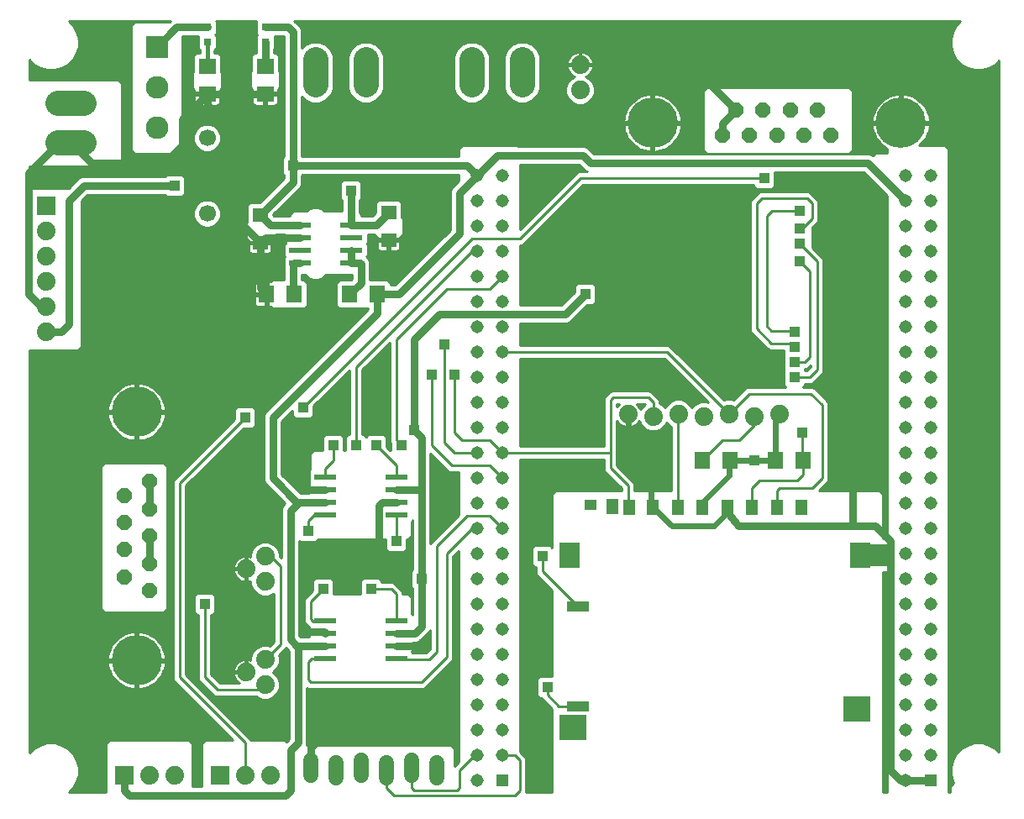
<source format=gtl>
G75*
G70*
%OFA0B0*%
%FSLAX24Y24*%
%IPPOS*%
%LPD*%
%AMOC8*
5,1,8,0,0,1.08239X$1,22.5*
%
%ADD10R,0.0800X0.0900*%
%ADD11R,0.0515X0.0515*%
%ADD12C,0.0515*%
%ADD13R,0.0591X0.0984*%
%ADD14R,0.0860X0.0420*%
%ADD15R,0.0787X0.0984*%
%ADD16R,0.0512X0.0433*%
%ADD17R,0.0472X0.0591*%
%ADD18R,0.1055X0.0993*%
%ADD19R,0.1055X0.0993*%
%ADD20C,0.0740*%
%ADD21R,0.0630X0.0709*%
%ADD22R,0.0900X0.0900*%
%ADD23C,0.0900*%
%ADD24C,0.1000*%
%ADD25OC8,0.0600*%
%ADD26C,0.2000*%
%ADD27R,0.0866X0.0236*%
%ADD28R,0.0630X0.0551*%
%ADD29R,0.0315X0.0315*%
%ADD30R,0.0709X0.0630*%
%ADD31C,0.0600*%
%ADD32C,0.1004*%
%ADD33R,0.0740X0.0740*%
%ADD34C,0.0669*%
%ADD35C,0.0300*%
%ADD36R,0.0440X0.0440*%
%ADD37C,0.0240*%
%ADD38C,0.0100*%
%ADD39C,0.0160*%
D10*
X036538Y010162D03*
D11*
X038538Y001212D03*
X021538Y001212D03*
D12*
X020538Y001212D03*
X020538Y002212D03*
X021538Y002212D03*
X021538Y003212D03*
X020538Y003212D03*
X020538Y004212D03*
X021538Y004212D03*
X021538Y005212D03*
X020538Y005212D03*
X020538Y006212D03*
X021538Y006212D03*
X021538Y007212D03*
X020538Y007212D03*
X020538Y008212D03*
X021538Y008212D03*
X021538Y009212D03*
X020538Y009212D03*
X020538Y010212D03*
X021538Y010212D03*
X021538Y011212D03*
X020538Y011212D03*
X020538Y012212D03*
X021538Y012212D03*
X021538Y013212D03*
X020538Y013212D03*
X020538Y014212D03*
X021538Y014212D03*
X021538Y015212D03*
X020538Y015212D03*
X020538Y016212D03*
X021538Y016212D03*
X021538Y017212D03*
X020538Y017212D03*
X020538Y018212D03*
X021538Y018212D03*
X021538Y019212D03*
X020538Y019212D03*
X020538Y020212D03*
X021538Y020212D03*
X021538Y021212D03*
X020538Y021212D03*
X020538Y022212D03*
X021538Y022212D03*
X021538Y023212D03*
X020538Y023212D03*
X020538Y024212D03*
X021538Y024212D03*
X021538Y025212D03*
X020538Y025212D03*
X037538Y025212D03*
X038538Y025212D03*
X038538Y024212D03*
X037538Y024212D03*
X037538Y023212D03*
X038538Y023212D03*
X038538Y022212D03*
X037538Y022212D03*
X037538Y021212D03*
X038538Y021212D03*
X038538Y020212D03*
X037538Y020212D03*
X037538Y019212D03*
X037538Y018212D03*
X038538Y018212D03*
X038538Y019212D03*
X038538Y017212D03*
X037538Y017212D03*
X037538Y016212D03*
X038538Y016212D03*
X038538Y015212D03*
X037538Y015212D03*
X037538Y014212D03*
X038538Y014212D03*
X038538Y013212D03*
X037538Y013212D03*
X037538Y012212D03*
X038538Y012212D03*
X038538Y011212D03*
X037538Y011212D03*
X037538Y010212D03*
X038538Y010212D03*
X038538Y009212D03*
X037538Y009212D03*
X037538Y008212D03*
X038538Y008212D03*
X038538Y007212D03*
X038538Y006212D03*
X037538Y006212D03*
X037538Y007212D03*
X037538Y005212D03*
X038538Y005212D03*
X038538Y004212D03*
X037538Y004212D03*
X037538Y003212D03*
X038538Y003212D03*
X038538Y002212D03*
X037538Y002212D03*
X037538Y001212D03*
D13*
X035408Y004062D03*
X024581Y003305D03*
D14*
X024549Y004171D03*
X024549Y008108D03*
D15*
X024226Y010155D03*
X035762Y010155D03*
D16*
X025038Y012142D03*
D17*
X025908Y012072D03*
X026573Y012064D03*
X027526Y012064D03*
X028510Y012064D03*
X029494Y012064D03*
X030478Y012064D03*
X031463Y012064D03*
X032447Y012064D03*
X033431Y012064D03*
D18*
X024365Y003315D03*
D19*
X035625Y004064D03*
D20*
X032538Y015762D03*
X031538Y015662D03*
X030538Y015762D03*
X029538Y015662D03*
X028538Y015762D03*
X027538Y015662D03*
X026538Y015762D03*
X012138Y010112D03*
X011388Y009612D03*
X012138Y009112D03*
X012138Y006012D03*
X011388Y005512D03*
X012138Y005012D03*
X012338Y001412D03*
X011338Y001412D03*
X008538Y001412D03*
X007538Y001412D03*
X003438Y019012D03*
X003438Y020012D03*
X003438Y021012D03*
X003438Y022012D03*
X003438Y023012D03*
X024638Y028612D03*
X024638Y029612D03*
D21*
X016589Y020512D03*
X015487Y020512D03*
X013289Y020512D03*
X012187Y020512D03*
X029487Y013912D03*
X030589Y013912D03*
X032387Y013912D03*
X033489Y013912D03*
D22*
X007838Y030312D03*
D23*
X007838Y028712D03*
X007838Y027112D03*
D24*
X014138Y028812D02*
X014138Y029812D01*
X016138Y029812D02*
X016138Y028812D01*
X020338Y028812D02*
X020338Y029812D01*
X022338Y029812D02*
X022338Y028812D01*
D25*
X030278Y026812D03*
X031358Y026812D03*
X030818Y027812D03*
X031898Y027812D03*
X032978Y027812D03*
X032438Y026812D03*
X033518Y026812D03*
X034598Y026812D03*
X034058Y027812D03*
X007538Y013072D03*
X006538Y012532D03*
X007538Y011992D03*
X006538Y011452D03*
X007538Y010912D03*
X006538Y010372D03*
X007538Y009832D03*
X006538Y009292D03*
X007538Y008752D03*
D26*
X007038Y005982D03*
X007038Y015842D03*
X027508Y027312D03*
X037368Y027312D03*
D27*
X017346Y013262D03*
X017346Y012762D03*
X017346Y012262D03*
X017346Y011762D03*
X014521Y011762D03*
X014521Y012262D03*
X014521Y012762D03*
X014521Y013262D03*
X014521Y007562D03*
X014521Y007062D03*
X014521Y006562D03*
X014521Y006062D03*
X017346Y006062D03*
X017346Y006562D03*
X017346Y007062D03*
X017346Y007562D03*
X015562Y021762D03*
X015562Y022262D03*
X015562Y022762D03*
X015562Y023262D03*
X013515Y023262D03*
X013515Y022762D03*
X013515Y022262D03*
X013515Y021762D03*
D28*
X011938Y022561D03*
X011938Y023664D03*
X017038Y023764D03*
X017038Y022661D03*
D29*
X012138Y030517D03*
X012138Y031108D03*
X009838Y031108D03*
X009838Y030517D03*
D30*
X009838Y029564D03*
X009838Y028461D03*
X012138Y028461D03*
X012138Y029564D03*
D31*
X013938Y002012D02*
X013938Y001412D01*
X014938Y001312D02*
X014938Y001912D01*
X015938Y002012D02*
X015938Y001412D01*
X016938Y001312D02*
X016938Y001912D01*
X017938Y002012D02*
X017938Y001412D01*
X018938Y001312D02*
X018938Y001912D01*
D32*
X004940Y026533D02*
X003936Y026533D01*
X003936Y028092D02*
X004940Y028092D01*
D33*
X003438Y024012D03*
X006538Y001412D03*
X010338Y001412D03*
D34*
X009838Y023712D03*
X009838Y026712D03*
D35*
X008838Y026412D02*
X008838Y027461D01*
X009838Y028461D01*
X009838Y028012D01*
X010838Y027012D01*
X010838Y023661D01*
X011938Y022561D01*
X011938Y020761D01*
X012187Y020512D01*
X013289Y020512D02*
X013238Y020864D01*
X013238Y021712D01*
X013288Y021762D01*
X013515Y021762D01*
X013515Y022762D02*
X012139Y022762D01*
X012339Y023262D02*
X013515Y023262D01*
X012339Y023262D02*
X011938Y023664D01*
X013238Y024964D01*
X013238Y025612D01*
X013238Y030912D01*
X013043Y031108D01*
X012138Y031108D01*
X012138Y030517D02*
X012138Y029564D01*
X012138Y028461D02*
X009838Y028461D01*
X008838Y026412D02*
X008238Y025812D01*
X007338Y025812D01*
X007238Y025712D01*
X005259Y025712D01*
X004438Y026533D01*
X003959Y026533D01*
X002738Y025312D01*
X002738Y020512D01*
X003238Y020012D01*
X003438Y020012D01*
X004338Y019312D02*
X004038Y019012D01*
X003438Y019012D01*
X004338Y019312D02*
X004338Y024212D01*
X004938Y024812D01*
X008538Y024812D01*
X013238Y025612D02*
X020138Y025612D01*
X020538Y025212D01*
X019838Y024512D01*
X019838Y022912D01*
X017438Y020512D01*
X016589Y020512D01*
X016589Y019764D01*
X012438Y015612D01*
X012438Y013212D01*
X013388Y012262D01*
X014521Y012262D01*
X013488Y012262D01*
X013138Y011912D01*
X013138Y006812D01*
X013388Y006562D01*
X013438Y006512D01*
X013438Y002712D01*
X013138Y002412D01*
X013138Y000812D01*
X012938Y000612D01*
X006738Y000612D01*
X006538Y000812D01*
X006538Y001412D01*
X013388Y006562D02*
X014521Y006562D01*
X014521Y007062D02*
X014471Y007112D01*
X013638Y007112D01*
X016638Y010112D02*
X017138Y009612D01*
X017538Y009612D01*
X018338Y009212D02*
X018338Y012812D01*
X018288Y012762D01*
X017346Y012762D01*
X017346Y012262D02*
X016788Y012262D01*
X016638Y012112D01*
X016638Y010112D01*
X018338Y009212D02*
X018338Y007312D01*
X018088Y007062D01*
X017346Y007062D01*
X017346Y006562D02*
X018388Y006562D01*
X018438Y006612D01*
X014638Y003212D02*
X013938Y002512D01*
X013938Y001712D01*
X007538Y009832D02*
X007538Y010912D01*
X007538Y011992D02*
X007538Y013072D01*
X013238Y013312D02*
X013788Y012762D01*
X014521Y012762D01*
X018338Y012812D02*
X018338Y014812D01*
X018038Y015112D01*
X018038Y018712D01*
X019038Y019712D01*
X024038Y019712D01*
X024838Y020512D01*
X020538Y025212D02*
X021338Y026012D01*
X024738Y026012D01*
X025038Y025712D01*
X036038Y025712D01*
X037538Y024212D01*
X030818Y027812D02*
X029018Y029612D01*
X030818Y027812D02*
X030278Y027272D01*
X030278Y026812D01*
X017038Y023764D02*
X016537Y023262D01*
X015562Y023262D01*
X015538Y023286D01*
X015538Y024612D01*
X015562Y022262D02*
X015562Y021762D01*
X015888Y021762D01*
X015938Y021712D01*
X015938Y020964D01*
X015487Y020512D01*
X007838Y030312D02*
X008634Y031108D01*
X009838Y031108D01*
X032387Y015611D02*
X032538Y015762D01*
X035438Y013512D02*
X035438Y011412D01*
X035488Y011362D01*
X035438Y011312D01*
X030919Y011312D01*
X030478Y011853D01*
X035488Y011362D02*
X035538Y011312D01*
X036338Y011312D01*
X036938Y010712D01*
X036938Y001612D01*
X037338Y001212D01*
X037538Y001212D01*
X038538Y001212D01*
D36*
X040238Y004412D03*
X040238Y010412D03*
X035438Y013512D03*
X033438Y015012D03*
X031538Y013912D03*
X033138Y017212D03*
X033138Y017812D03*
X033138Y018412D03*
X033138Y019012D03*
X033338Y021812D03*
X033338Y022512D03*
X033338Y023112D03*
X033338Y023812D03*
X031938Y025112D03*
X035938Y024112D03*
X040238Y026012D03*
X037338Y029112D03*
X040238Y021412D03*
X040238Y015712D03*
X027238Y014212D03*
X026938Y016912D03*
X023438Y017512D03*
X023438Y018912D03*
X024838Y020512D03*
X023538Y022212D03*
X025738Y024312D03*
X023338Y025112D03*
X023338Y026712D03*
X027538Y029112D03*
X018838Y026612D03*
X018138Y024712D03*
X015538Y024612D03*
X014338Y026512D03*
X013238Y025612D03*
X008538Y024812D03*
X008038Y023012D03*
X010238Y021112D03*
X010638Y017812D03*
X012938Y017812D03*
X013638Y016012D03*
X014938Y016012D03*
X014838Y014512D03*
X015738Y014512D03*
X016538Y014512D03*
X017538Y014512D03*
X018038Y015112D03*
X016538Y016012D03*
X018738Y017312D03*
X019638Y017312D03*
X019238Y018512D03*
X023438Y015312D03*
X019038Y013312D03*
X019038Y011912D03*
X017338Y010712D03*
X017538Y009612D03*
X018338Y009212D03*
X016338Y008812D03*
X014438Y008812D03*
X013838Y010312D03*
X013838Y011112D03*
X013238Y013312D03*
X011338Y014212D03*
X011338Y015612D03*
X008248Y017792D03*
X005438Y020212D03*
X003238Y017712D03*
X005638Y023612D03*
X009138Y030412D03*
X011138Y030412D03*
X018238Y029312D03*
X011238Y012112D03*
X011238Y008312D03*
X009738Y008212D03*
X010438Y007012D03*
X011938Y007012D03*
X012138Y003512D03*
X014638Y003212D03*
X018438Y006612D03*
X019038Y004712D03*
X023138Y003712D03*
X023338Y004912D03*
X022938Y008212D03*
X023138Y010112D03*
X009438Y003512D03*
X007538Y003512D03*
X003338Y004312D03*
D37*
X026538Y014112D02*
X027438Y013212D01*
X027438Y012152D01*
X027526Y012064D02*
X028278Y011312D01*
X029938Y011312D01*
X030478Y011853D01*
X030478Y012064D01*
X029494Y012268D02*
X030538Y013312D01*
X030538Y013861D01*
X030589Y013912D02*
X031538Y013912D01*
X032387Y013912D01*
X032387Y015611D01*
X026538Y015762D02*
X026538Y014112D01*
D38*
X002788Y018302D02*
X002788Y002318D01*
X002963Y002493D01*
X003214Y002637D01*
X003493Y002712D01*
X003783Y002712D01*
X004063Y002637D01*
X004314Y002493D01*
X004518Y002288D01*
X004663Y002037D01*
X004738Y001757D01*
X004738Y001468D01*
X004663Y001188D01*
X004518Y000937D01*
X004344Y000762D01*
X005828Y000762D01*
X005828Y002699D01*
X005951Y002822D01*
X009125Y002822D01*
X009248Y002699D01*
X009248Y000972D01*
X009628Y000972D01*
X009628Y002699D01*
X009751Y002822D01*
X010861Y002822D01*
X008518Y005165D01*
X008478Y005261D01*
X008478Y005364D01*
X008478Y013064D01*
X008518Y013160D01*
X008591Y013233D01*
X010908Y015550D01*
X010908Y015919D01*
X011031Y016042D01*
X011645Y016042D01*
X011768Y015919D01*
X011768Y015305D01*
X011645Y015182D01*
X011276Y015182D01*
X008998Y012905D01*
X008998Y005420D01*
X011486Y002933D01*
X011559Y002860D01*
X011574Y002822D01*
X012925Y002822D01*
X012982Y002765D01*
X013078Y002862D01*
X013078Y006363D01*
X012964Y006478D01*
X012959Y006465D01*
X012690Y006196D01*
X012718Y006128D01*
X012718Y005897D01*
X012630Y005684D01*
X012467Y005521D01*
X012447Y005512D01*
X012467Y005504D01*
X012630Y005341D01*
X012718Y005128D01*
X012718Y004897D01*
X012630Y004684D01*
X012467Y004521D01*
X012254Y004432D01*
X012023Y004432D01*
X011810Y004521D01*
X011778Y004552D01*
X010187Y004552D01*
X010091Y004592D01*
X010018Y004665D01*
X009518Y005165D01*
X009478Y005261D01*
X009478Y005364D01*
X009478Y007782D01*
X009431Y007782D01*
X009308Y007905D01*
X009308Y008519D01*
X009431Y008642D01*
X010045Y008642D01*
X010168Y008519D01*
X010168Y007905D01*
X010045Y007782D01*
X009998Y007782D01*
X009998Y005420D01*
X010346Y005072D01*
X011109Y005072D01*
X011049Y005116D01*
X010992Y005174D01*
X010944Y005240D01*
X010179Y005240D01*
X010080Y005338D02*
X010898Y005338D01*
X010906Y005313D02*
X010944Y005240D01*
X010906Y005313D02*
X010881Y005391D01*
X010868Y005471D01*
X010868Y005482D01*
X011358Y005482D01*
X011358Y005542D01*
X010868Y005542D01*
X010868Y005553D01*
X010881Y005634D01*
X010906Y005712D01*
X010944Y005785D01*
X010992Y005851D01*
X011049Y005909D01*
X011116Y005957D01*
X011189Y005994D01*
X011266Y006020D01*
X011347Y006032D01*
X011358Y006032D01*
X011358Y005543D01*
X011418Y005543D01*
X011418Y006032D01*
X011429Y006032D01*
X011510Y006020D01*
X011558Y006004D01*
X011558Y006128D01*
X011647Y006341D01*
X011810Y006504D01*
X012023Y006592D01*
X012254Y006592D01*
X012322Y006564D01*
X012478Y006720D01*
X012478Y008632D01*
X012467Y008621D01*
X012254Y008532D01*
X012023Y008532D01*
X011810Y008621D01*
X011647Y008784D01*
X011558Y008997D01*
X011558Y009121D01*
X011510Y009105D01*
X011429Y009092D01*
X011418Y009092D01*
X011418Y009582D01*
X011358Y009582D01*
X011358Y009092D01*
X011347Y009092D01*
X011266Y009105D01*
X011189Y009131D01*
X011116Y009168D01*
X011049Y009216D01*
X010992Y009274D01*
X010944Y009340D01*
X010906Y009413D01*
X010881Y009491D01*
X010868Y009571D01*
X010868Y009582D01*
X011358Y009582D01*
X011358Y009642D01*
X010868Y009642D01*
X010868Y009653D01*
X010881Y009734D01*
X010906Y009812D01*
X010944Y009885D01*
X010992Y009951D01*
X011049Y010009D01*
X011116Y010057D01*
X011189Y010094D01*
X011266Y010120D01*
X011347Y010132D01*
X011358Y010132D01*
X011358Y009643D01*
X011418Y009643D01*
X011418Y010132D01*
X011429Y010132D01*
X011510Y010120D01*
X011558Y010104D01*
X011558Y010228D01*
X011647Y010441D01*
X011810Y010604D01*
X012023Y010692D01*
X012254Y010692D01*
X012467Y010604D01*
X012630Y010441D01*
X012718Y010228D01*
X012718Y010100D01*
X012778Y010040D01*
X012778Y011984D01*
X012833Y012116D01*
X012929Y012212D01*
X012133Y013009D01*
X012078Y013141D01*
X012078Y013284D01*
X012078Y015684D01*
X012133Y015816D01*
X012234Y015918D01*
X016229Y019913D01*
X016229Y019942D01*
X015721Y019942D01*
X015716Y019948D01*
X015085Y019948D01*
X014962Y020071D01*
X014962Y020954D01*
X015085Y021077D01*
X015542Y021077D01*
X015578Y021113D01*
X015578Y021302D01*
X014565Y021302D01*
X015578Y021302D01*
X015578Y021204D02*
X014474Y021204D01*
X014422Y021152D02*
X014560Y021290D01*
X014565Y021302D01*
X014422Y021152D02*
X014242Y021078D01*
X014047Y021078D01*
X013867Y021152D01*
X013729Y021290D01*
X013724Y021302D01*
X013598Y021302D01*
X013724Y021302D01*
X013598Y021302D02*
X013598Y021077D01*
X013691Y021077D01*
X013814Y020954D01*
X013814Y020071D01*
X013691Y019948D01*
X013061Y019948D01*
X013055Y019942D01*
X012421Y019942D01*
X012356Y020008D01*
X012237Y020008D01*
X012237Y020462D01*
X012137Y020462D01*
X012137Y020008D01*
X011852Y020008D01*
X011814Y020018D01*
X011780Y020038D01*
X011752Y020066D01*
X011732Y020100D01*
X011722Y020138D01*
X011722Y020462D01*
X012137Y020462D01*
X012137Y020562D01*
X011722Y020562D01*
X011722Y020886D01*
X011732Y020925D01*
X011752Y020959D01*
X011780Y020987D01*
X011814Y021006D01*
X011852Y021017D01*
X012137Y021017D01*
X012137Y020563D01*
X012237Y020563D01*
X012237Y021017D01*
X012356Y021017D01*
X012421Y021082D01*
X012878Y021082D01*
X012878Y021551D01*
X012872Y021557D01*
X012872Y021968D01*
X012916Y022012D01*
X012872Y022057D01*
X012872Y022468D01*
X012960Y022556D01*
X012942Y022586D01*
X012932Y022625D01*
X012932Y022753D01*
X013128Y022753D01*
X013128Y022771D01*
X012932Y022771D01*
X012932Y022900D01*
X012932Y022902D01*
X012548Y022902D01*
X012548Y022855D01*
X012538Y022845D01*
X012538Y022715D01*
X012415Y022592D01*
X011988Y022592D01*
X011988Y022511D01*
X011988Y022136D01*
X012273Y022136D01*
X012311Y022146D01*
X012345Y022166D01*
X012373Y022194D01*
X012393Y022228D01*
X012403Y022266D01*
X012403Y022511D01*
X011988Y022511D01*
X011888Y022511D01*
X011888Y022136D01*
X011604Y022136D01*
X011565Y022146D01*
X011531Y022166D01*
X011503Y022194D01*
X011484Y022228D01*
X011473Y022266D01*
X011473Y022511D01*
X011888Y022511D01*
X011888Y022592D01*
X011521Y022592D01*
X011503Y022611D01*
X011473Y022611D01*
X011473Y022640D01*
X011398Y022715D01*
X011398Y023349D01*
X011408Y023359D01*
X011408Y023489D01*
X011413Y023494D01*
X011413Y024026D01*
X011536Y024149D01*
X011915Y024149D01*
X012878Y025113D01*
X012878Y025235D01*
X012808Y025305D01*
X012808Y025919D01*
X012878Y025989D01*
X012878Y030748D01*
X012506Y030748D01*
X012506Y030273D01*
X012498Y030265D01*
X012498Y030089D01*
X012580Y030089D01*
X012703Y029966D01*
X012703Y029345D01*
X012708Y029339D01*
X012708Y028705D01*
X012643Y028640D01*
X012643Y028511D01*
X012188Y028511D01*
X012188Y028411D01*
X012188Y027996D01*
X012512Y027996D01*
X012550Y028007D01*
X012585Y028026D01*
X012613Y028054D01*
X012632Y028088D01*
X012643Y028127D01*
X012643Y028411D01*
X012188Y028411D01*
X012088Y028411D01*
X012088Y027996D01*
X011764Y027996D01*
X011726Y028007D01*
X011692Y028026D01*
X011664Y028054D01*
X011644Y028088D01*
X011634Y028127D01*
X011634Y028411D01*
X012088Y028411D01*
X012088Y028511D01*
X011634Y028511D01*
X011634Y028640D01*
X011568Y028705D01*
X011568Y029339D01*
X011574Y029345D01*
X011574Y029966D01*
X011697Y030089D01*
X011778Y030089D01*
X011778Y030265D01*
X011771Y030273D01*
X011771Y030762D01*
X011822Y030812D01*
X011771Y030863D01*
X011771Y031352D01*
X011777Y031359D01*
X010199Y031359D01*
X010206Y031352D01*
X010206Y030863D01*
X010155Y030812D01*
X010206Y030762D01*
X010206Y030273D01*
X010128Y030195D01*
X010128Y030089D01*
X010280Y030089D01*
X010403Y029966D01*
X010403Y029335D01*
X010408Y029329D01*
X010408Y028695D01*
X010343Y028630D01*
X010343Y028511D01*
X009888Y028511D01*
X009888Y028411D01*
X009888Y027996D01*
X010212Y027996D01*
X010250Y028007D01*
X010285Y028026D01*
X010313Y028054D01*
X010332Y028088D01*
X010343Y028127D01*
X010343Y028411D01*
X009888Y028411D01*
X009788Y028411D01*
X009788Y027996D01*
X009464Y027996D01*
X009426Y028007D01*
X009392Y028026D01*
X009364Y028054D01*
X009344Y028088D01*
X009334Y028127D01*
X009334Y028411D01*
X009788Y028411D01*
X009788Y028511D01*
X009334Y028511D01*
X009334Y028630D01*
X009268Y028695D01*
X009268Y029329D01*
X009274Y029335D01*
X009274Y029966D01*
X009397Y030089D01*
X009548Y030089D01*
X009548Y030195D01*
X009471Y030273D01*
X009471Y030748D01*
X008848Y030748D01*
X008848Y026225D01*
X008725Y026102D01*
X006951Y026102D01*
X006828Y026225D01*
X006828Y031199D01*
X006951Y031322D01*
X008339Y031322D01*
X008375Y031359D01*
X004348Y031359D01*
X004518Y031188D01*
X004663Y030937D01*
X004738Y030657D01*
X004738Y030368D01*
X006828Y030368D01*
X006828Y030270D02*
X004712Y030270D01*
X004738Y030368D02*
X004663Y030088D01*
X004518Y029837D01*
X004314Y029632D01*
X004063Y029487D01*
X003783Y029412D01*
X003493Y029412D01*
X003214Y029487D01*
X002963Y029632D01*
X002788Y029807D01*
X002788Y029022D01*
X006325Y029022D01*
X006448Y028899D01*
X006448Y025725D01*
X006325Y025602D01*
X002788Y025602D01*
X002788Y024722D01*
X004339Y024722D01*
X004734Y025118D01*
X004867Y025172D01*
X005010Y025172D01*
X008161Y025172D01*
X008231Y025242D01*
X008845Y025242D01*
X008968Y025119D01*
X008968Y024505D01*
X008845Y024382D01*
X008231Y024382D01*
X008161Y024452D01*
X005087Y024452D01*
X004848Y024213D01*
X004848Y018425D01*
X004725Y018302D01*
X002788Y018302D01*
X002788Y018247D02*
X014564Y018247D01*
X014466Y018149D02*
X002788Y018149D01*
X002788Y018050D02*
X014367Y018050D01*
X014268Y017952D02*
X002788Y017952D01*
X002788Y017853D02*
X014170Y017853D01*
X014071Y017755D02*
X002788Y017755D01*
X002788Y017656D02*
X013973Y017656D01*
X013874Y017558D02*
X002788Y017558D01*
X002788Y017459D02*
X013776Y017459D01*
X013677Y017360D02*
X002788Y017360D01*
X002788Y017262D02*
X013579Y017262D01*
X013480Y017163D02*
X002788Y017163D01*
X002788Y017065D02*
X013382Y017065D01*
X013283Y016966D02*
X007282Y016966D01*
X007231Y016978D02*
X007103Y016992D01*
X007088Y016992D01*
X007088Y015893D01*
X006988Y015893D01*
X006988Y016992D01*
X006974Y016992D01*
X006845Y016978D01*
X006719Y016949D01*
X006597Y016907D01*
X006481Y016851D01*
X006372Y016782D01*
X006271Y016701D01*
X006179Y016610D01*
X006099Y016509D01*
X006030Y016400D01*
X005974Y016283D01*
X005931Y016161D01*
X005903Y016035D01*
X005888Y015907D01*
X005888Y015892D01*
X006988Y015892D01*
X006988Y015792D01*
X007088Y015792D01*
X007088Y014692D01*
X007103Y014692D01*
X007231Y014707D01*
X007357Y014736D01*
X007479Y014778D01*
X007595Y014834D01*
X007705Y014903D01*
X007806Y014984D01*
X007897Y015075D01*
X007978Y015176D01*
X008046Y015285D01*
X008102Y015402D01*
X008145Y015524D01*
X008174Y015649D01*
X008188Y015778D01*
X008188Y015792D01*
X007088Y015792D01*
X007088Y015892D01*
X008188Y015892D01*
X008188Y015907D01*
X008174Y016035D01*
X008145Y016161D01*
X008102Y016283D01*
X008046Y016400D01*
X007978Y016509D01*
X007897Y016610D01*
X007806Y016701D01*
X007705Y016782D01*
X007595Y016851D01*
X007479Y016907D01*
X007357Y016949D01*
X007231Y016978D01*
X007088Y016966D02*
X006988Y016966D01*
X006988Y016868D02*
X007088Y016868D01*
X007088Y016769D02*
X006988Y016769D01*
X006988Y016671D02*
X007088Y016671D01*
X007088Y016572D02*
X006988Y016572D01*
X006988Y016474D02*
X007088Y016474D01*
X007088Y016375D02*
X006988Y016375D01*
X006988Y016276D02*
X007088Y016276D01*
X007088Y016178D02*
X006988Y016178D01*
X006988Y016079D02*
X007088Y016079D01*
X007088Y015981D02*
X006988Y015981D01*
X006988Y015882D02*
X002788Y015882D01*
X002788Y015784D02*
X005888Y015784D01*
X005888Y015778D02*
X005903Y015649D01*
X005931Y015524D01*
X005974Y015402D01*
X006030Y015285D01*
X006099Y015176D01*
X006179Y015075D01*
X006271Y014984D01*
X006372Y014903D01*
X006481Y014834D01*
X006597Y014778D01*
X006719Y014736D01*
X006845Y014707D01*
X006974Y014692D01*
X006988Y014692D01*
X006988Y015792D01*
X005888Y015792D01*
X005888Y015778D01*
X005899Y015685D02*
X002788Y015685D01*
X002788Y015587D02*
X005917Y015587D01*
X005944Y015488D02*
X002788Y015488D01*
X002788Y015390D02*
X005980Y015390D01*
X006027Y015291D02*
X002788Y015291D01*
X002788Y015192D02*
X006088Y015192D01*
X006164Y015094D02*
X002788Y015094D01*
X002788Y014995D02*
X006259Y014995D01*
X006382Y014897D02*
X002788Y014897D01*
X002788Y014798D02*
X006556Y014798D01*
X006909Y014700D02*
X002788Y014700D01*
X002788Y014601D02*
X009959Y014601D01*
X009861Y014503D02*
X002788Y014503D01*
X002788Y014404D02*
X009762Y014404D01*
X009664Y014306D02*
X002788Y014306D01*
X002788Y014207D02*
X009565Y014207D01*
X009467Y014109D02*
X002788Y014109D01*
X002788Y014010D02*
X009368Y014010D01*
X009270Y013911D02*
X002788Y013911D01*
X002788Y013813D02*
X005742Y013813D01*
X005751Y013822D02*
X005628Y013699D01*
X005628Y008025D01*
X005751Y007902D01*
X008125Y007902D01*
X008248Y008025D01*
X008248Y013699D01*
X008125Y013822D01*
X005751Y013822D01*
X005643Y013714D02*
X002788Y013714D01*
X002788Y013616D02*
X005628Y013616D01*
X005628Y013517D02*
X002788Y013517D01*
X002788Y013419D02*
X005628Y013419D01*
X005628Y013320D02*
X002788Y013320D01*
X002788Y013222D02*
X005628Y013222D01*
X005628Y013123D02*
X002788Y013123D01*
X002788Y013025D02*
X005628Y013025D01*
X005628Y012926D02*
X002788Y012926D01*
X002788Y012827D02*
X005628Y012827D01*
X005628Y012729D02*
X002788Y012729D01*
X002788Y012630D02*
X005628Y012630D01*
X005628Y012532D02*
X002788Y012532D01*
X002788Y012433D02*
X005628Y012433D01*
X005628Y012335D02*
X002788Y012335D01*
X002788Y012236D02*
X005628Y012236D01*
X005628Y012138D02*
X002788Y012138D01*
X002788Y012039D02*
X005628Y012039D01*
X005628Y011941D02*
X002788Y011941D01*
X002788Y011842D02*
X005628Y011842D01*
X005628Y011743D02*
X002788Y011743D01*
X002788Y011645D02*
X005628Y011645D01*
X005628Y011546D02*
X002788Y011546D01*
X002788Y011448D02*
X005628Y011448D01*
X005628Y011349D02*
X002788Y011349D01*
X002788Y011251D02*
X005628Y011251D01*
X005628Y011152D02*
X002788Y011152D01*
X002788Y011054D02*
X005628Y011054D01*
X005628Y010955D02*
X002788Y010955D01*
X002788Y010857D02*
X005628Y010857D01*
X005628Y010758D02*
X002788Y010758D01*
X002788Y010659D02*
X005628Y010659D01*
X005628Y010561D02*
X002788Y010561D01*
X002788Y010462D02*
X005628Y010462D01*
X005628Y010364D02*
X002788Y010364D01*
X002788Y010265D02*
X005628Y010265D01*
X005628Y010167D02*
X002788Y010167D01*
X002788Y010068D02*
X005628Y010068D01*
X005628Y009970D02*
X002788Y009970D01*
X002788Y009871D02*
X005628Y009871D01*
X005628Y009773D02*
X002788Y009773D01*
X002788Y009674D02*
X005628Y009674D01*
X005628Y009576D02*
X002788Y009576D01*
X002788Y009477D02*
X005628Y009477D01*
X005628Y009378D02*
X002788Y009378D01*
X002788Y009280D02*
X005628Y009280D01*
X005628Y009181D02*
X002788Y009181D01*
X002788Y009083D02*
X005628Y009083D01*
X005628Y008984D02*
X002788Y008984D01*
X002788Y008886D02*
X005628Y008886D01*
X005628Y008787D02*
X002788Y008787D01*
X002788Y008689D02*
X005628Y008689D01*
X005628Y008590D02*
X002788Y008590D01*
X002788Y008492D02*
X005628Y008492D01*
X005628Y008393D02*
X002788Y008393D01*
X002788Y008294D02*
X005628Y008294D01*
X005628Y008196D02*
X002788Y008196D01*
X002788Y008097D02*
X005628Y008097D01*
X005655Y007999D02*
X002788Y007999D01*
X002788Y007900D02*
X008478Y007900D01*
X008478Y007802D02*
X002788Y007802D01*
X002788Y007703D02*
X008478Y007703D01*
X008478Y007605D02*
X002788Y007605D01*
X002788Y007506D02*
X008478Y007506D01*
X008478Y007408D02*
X002788Y007408D01*
X002788Y007309D02*
X008478Y007309D01*
X008478Y007210D02*
X002788Y007210D01*
X002788Y007112D02*
X006819Y007112D01*
X006845Y007118D02*
X006719Y007089D01*
X006597Y007047D01*
X006481Y006991D01*
X006372Y006922D01*
X006271Y006841D01*
X006179Y006750D01*
X006099Y006649D01*
X006030Y006540D01*
X005974Y006423D01*
X005931Y006301D01*
X005903Y006175D01*
X005888Y006047D01*
X005888Y006032D01*
X006988Y006032D01*
X006988Y005932D01*
X007088Y005932D01*
X007088Y004832D01*
X007103Y004832D01*
X007231Y004847D01*
X007357Y004876D01*
X007479Y004918D01*
X007595Y004974D01*
X007705Y005043D01*
X007806Y005124D01*
X007897Y005215D01*
X007978Y005316D01*
X008046Y005425D01*
X008102Y005542D01*
X008145Y005664D01*
X008174Y005789D01*
X008188Y005918D01*
X008188Y005932D01*
X007088Y005932D01*
X007088Y006032D01*
X008188Y006032D01*
X008188Y006047D01*
X008174Y006175D01*
X008145Y006301D01*
X008102Y006423D01*
X008046Y006540D01*
X007978Y006649D01*
X007897Y006750D01*
X007806Y006841D01*
X007705Y006922D01*
X007595Y006991D01*
X007479Y007047D01*
X007357Y007089D01*
X007231Y007118D01*
X007103Y007132D01*
X007088Y007132D01*
X007088Y006033D01*
X006988Y006033D01*
X006988Y007132D01*
X006974Y007132D01*
X006845Y007118D01*
X006988Y007112D02*
X007088Y007112D01*
X007088Y007013D02*
X006988Y007013D01*
X006988Y006915D02*
X007088Y006915D01*
X007088Y006816D02*
X006988Y006816D01*
X006988Y006718D02*
X007088Y006718D01*
X007088Y006619D02*
X006988Y006619D01*
X006988Y006521D02*
X007088Y006521D01*
X007088Y006422D02*
X006988Y006422D01*
X006988Y006324D02*
X007088Y006324D01*
X007088Y006225D02*
X006988Y006225D01*
X006988Y006126D02*
X007088Y006126D01*
X007088Y006028D02*
X008478Y006028D01*
X008478Y006126D02*
X008179Y006126D01*
X008162Y006225D02*
X008478Y006225D01*
X008478Y006324D02*
X008137Y006324D01*
X008103Y006422D02*
X008478Y006422D01*
X008478Y006521D02*
X008055Y006521D01*
X007996Y006619D02*
X008478Y006619D01*
X008478Y006718D02*
X007923Y006718D01*
X007831Y006816D02*
X008478Y006816D01*
X008478Y006915D02*
X007713Y006915D01*
X007548Y007013D02*
X008478Y007013D01*
X008478Y007112D02*
X007258Y007112D01*
X006529Y007013D02*
X002788Y007013D01*
X002788Y006915D02*
X006363Y006915D01*
X006246Y006816D02*
X002788Y006816D01*
X002788Y006718D02*
X006154Y006718D01*
X006080Y006619D02*
X002788Y006619D01*
X002788Y006521D02*
X006021Y006521D01*
X005974Y006422D02*
X002788Y006422D01*
X002788Y006324D02*
X005939Y006324D01*
X005914Y006225D02*
X002788Y006225D01*
X002788Y006126D02*
X005897Y006126D01*
X005888Y005932D02*
X005888Y005918D01*
X005903Y005789D01*
X005931Y005664D01*
X005974Y005542D01*
X006030Y005425D01*
X006099Y005316D01*
X006179Y005215D01*
X006271Y005124D01*
X006372Y005043D01*
X006481Y004974D01*
X006597Y004918D01*
X006719Y004876D01*
X006845Y004847D01*
X006974Y004832D01*
X006988Y004832D01*
X006988Y005932D01*
X005888Y005932D01*
X005888Y005929D02*
X002788Y005929D01*
X002788Y005831D02*
X005898Y005831D01*
X005916Y005732D02*
X002788Y005732D01*
X002788Y005634D02*
X005942Y005634D01*
X005977Y005535D02*
X002788Y005535D01*
X002788Y005437D02*
X006025Y005437D01*
X006085Y005338D02*
X002788Y005338D01*
X002788Y005240D02*
X006160Y005240D01*
X006253Y005141D02*
X002788Y005141D01*
X002788Y005043D02*
X006373Y005043D01*
X006544Y004944D02*
X002788Y004944D01*
X002788Y004845D02*
X006858Y004845D01*
X006988Y004845D02*
X007088Y004845D01*
X007088Y004944D02*
X006988Y004944D01*
X006988Y005043D02*
X007088Y005043D01*
X007088Y005141D02*
X006988Y005141D01*
X006988Y005240D02*
X007088Y005240D01*
X007088Y005338D02*
X006988Y005338D01*
X006988Y005437D02*
X007088Y005437D01*
X007088Y005535D02*
X006988Y005535D01*
X006988Y005634D02*
X007088Y005634D01*
X007088Y005732D02*
X006988Y005732D01*
X006988Y005831D02*
X007088Y005831D01*
X007088Y005929D02*
X006988Y005929D01*
X006988Y006028D02*
X002788Y006028D01*
X002788Y004747D02*
X008936Y004747D01*
X008838Y004845D02*
X007218Y004845D01*
X007532Y004944D02*
X008739Y004944D01*
X008640Y005043D02*
X007704Y005043D01*
X007823Y005141D02*
X008542Y005141D01*
X008487Y005240D02*
X007917Y005240D01*
X007992Y005338D02*
X008478Y005338D01*
X008478Y005437D02*
X008052Y005437D01*
X008099Y005535D02*
X008478Y005535D01*
X008478Y005634D02*
X008135Y005634D01*
X008161Y005732D02*
X008478Y005732D01*
X008478Y005831D02*
X008178Y005831D01*
X008188Y005929D02*
X008478Y005929D01*
X008998Y005929D02*
X009478Y005929D01*
X009478Y005831D02*
X008998Y005831D01*
X008998Y005732D02*
X009478Y005732D01*
X009478Y005634D02*
X008998Y005634D01*
X008998Y005535D02*
X009478Y005535D01*
X009478Y005437D02*
X008998Y005437D01*
X009080Y005338D02*
X009478Y005338D01*
X009487Y005240D02*
X009179Y005240D01*
X009277Y005141D02*
X009542Y005141D01*
X009640Y005043D02*
X009376Y005043D01*
X009474Y004944D02*
X009739Y004944D01*
X009838Y004845D02*
X009573Y004845D01*
X009671Y004747D02*
X009936Y004747D01*
X010035Y004648D02*
X009770Y004648D01*
X009869Y004550D02*
X011781Y004550D01*
X011977Y004451D02*
X009967Y004451D01*
X010066Y004353D02*
X013078Y004353D01*
X013078Y004451D02*
X012299Y004451D01*
X012496Y004550D02*
X013078Y004550D01*
X013078Y004648D02*
X012594Y004648D01*
X012656Y004747D02*
X013078Y004747D01*
X013078Y004845D02*
X012697Y004845D01*
X012718Y004944D02*
X013078Y004944D01*
X013078Y005043D02*
X012718Y005043D01*
X012713Y005141D02*
X013078Y005141D01*
X013078Y005240D02*
X012672Y005240D01*
X012631Y005338D02*
X013078Y005338D01*
X013078Y005437D02*
X012534Y005437D01*
X012481Y005535D02*
X013078Y005535D01*
X013078Y005634D02*
X012580Y005634D01*
X012650Y005732D02*
X013078Y005732D01*
X013078Y005831D02*
X012691Y005831D01*
X012718Y005929D02*
X013078Y005929D01*
X013078Y006028D02*
X012718Y006028D01*
X012718Y006126D02*
X013078Y006126D01*
X013078Y006225D02*
X012719Y006225D01*
X012817Y006324D02*
X013078Y006324D01*
X013019Y006422D02*
X012916Y006422D01*
X012738Y006612D02*
X012138Y006012D01*
X011599Y006225D02*
X009998Y006225D01*
X009998Y006126D02*
X011558Y006126D01*
X011558Y006028D02*
X011457Y006028D01*
X011418Y006028D02*
X011358Y006028D01*
X011319Y006028D02*
X009998Y006028D01*
X009998Y005929D02*
X011078Y005929D01*
X010977Y005831D02*
X009998Y005831D01*
X009998Y005732D02*
X010917Y005732D01*
X010881Y005634D02*
X009998Y005634D01*
X009998Y005535D02*
X011358Y005535D01*
X011358Y005634D02*
X011418Y005634D01*
X011418Y005732D02*
X011358Y005732D01*
X011358Y005831D02*
X011418Y005831D01*
X011418Y005929D02*
X011358Y005929D01*
X011639Y006324D02*
X009998Y006324D01*
X009998Y006422D02*
X011728Y006422D01*
X011850Y006521D02*
X009998Y006521D01*
X009998Y006619D02*
X012377Y006619D01*
X012476Y006718D02*
X009998Y006718D01*
X009998Y006816D02*
X012478Y006816D01*
X012478Y006915D02*
X009998Y006915D01*
X009998Y007013D02*
X012478Y007013D01*
X012478Y007112D02*
X009998Y007112D01*
X009998Y007210D02*
X012478Y007210D01*
X012478Y007309D02*
X009998Y007309D01*
X009998Y007408D02*
X012478Y007408D01*
X012478Y007506D02*
X009998Y007506D01*
X009998Y007605D02*
X012478Y007605D01*
X012478Y007703D02*
X009998Y007703D01*
X010065Y007802D02*
X012478Y007802D01*
X012478Y007900D02*
X010163Y007900D01*
X010168Y007999D02*
X012478Y007999D01*
X012478Y008097D02*
X010168Y008097D01*
X010168Y008196D02*
X012478Y008196D01*
X012478Y008294D02*
X010168Y008294D01*
X010168Y008393D02*
X012478Y008393D01*
X012478Y008492D02*
X010168Y008492D01*
X010098Y008590D02*
X011884Y008590D01*
X011742Y008689D02*
X008998Y008689D01*
X008998Y008787D02*
X011645Y008787D01*
X011604Y008886D02*
X008998Y008886D01*
X008998Y008984D02*
X011564Y008984D01*
X011558Y009083D02*
X008998Y009083D01*
X008998Y009181D02*
X011097Y009181D01*
X010987Y009280D02*
X008998Y009280D01*
X008998Y009378D02*
X010924Y009378D01*
X010885Y009477D02*
X008998Y009477D01*
X008998Y009576D02*
X010868Y009576D01*
X010872Y009674D02*
X008998Y009674D01*
X008998Y009773D02*
X010894Y009773D01*
X010936Y009871D02*
X008998Y009871D01*
X008998Y009970D02*
X011010Y009970D01*
X011137Y010068D02*
X008998Y010068D01*
X008998Y010167D02*
X011558Y010167D01*
X011574Y010265D02*
X008998Y010265D01*
X008998Y010364D02*
X011615Y010364D01*
X011668Y010462D02*
X008998Y010462D01*
X008998Y010561D02*
X011767Y010561D01*
X011943Y010659D02*
X008998Y010659D01*
X008998Y010758D02*
X012778Y010758D01*
X012778Y010659D02*
X012333Y010659D01*
X012510Y010561D02*
X012778Y010561D01*
X012778Y010462D02*
X012608Y010462D01*
X012662Y010364D02*
X012778Y010364D01*
X012778Y010265D02*
X012703Y010265D01*
X012718Y010167D02*
X012778Y010167D01*
X012778Y010068D02*
X012750Y010068D01*
X012738Y009712D02*
X012738Y006612D01*
X013498Y006962D02*
X013498Y010716D01*
X013531Y010682D01*
X014145Y010682D01*
X014265Y010802D01*
X016908Y010802D01*
X016908Y010405D01*
X017031Y010282D01*
X017645Y010282D01*
X017768Y010405D01*
X017768Y010802D01*
X017825Y010802D01*
X017948Y010925D01*
X017948Y011469D01*
X017978Y011542D01*
X017978Y009589D01*
X017908Y009519D01*
X017908Y008905D01*
X017978Y008835D01*
X017978Y007783D01*
X017948Y007855D01*
X017948Y008499D01*
X017825Y008622D01*
X017598Y008622D01*
X017598Y008664D01*
X017559Y008760D01*
X017486Y008833D01*
X017286Y009033D01*
X017190Y009072D01*
X017087Y009072D01*
X016768Y009072D01*
X016768Y009119D01*
X016645Y009242D01*
X016031Y009242D01*
X015908Y009119D01*
X015908Y008622D01*
X014868Y008622D01*
X014868Y009119D01*
X014745Y009242D01*
X014131Y009242D01*
X014008Y009119D01*
X014008Y008750D01*
X013791Y008533D01*
X013718Y008460D01*
X013678Y008364D01*
X013678Y007664D01*
X013678Y007561D01*
X013718Y007465D01*
X013818Y007365D01*
X013891Y007292D01*
X013892Y007292D01*
X013874Y007248D01*
X013874Y006922D01*
X013537Y006922D01*
X013498Y006962D01*
X013498Y007013D02*
X013874Y007013D01*
X013874Y007112D02*
X013498Y007112D01*
X013498Y007210D02*
X013874Y007210D01*
X013874Y007309D02*
X013498Y007309D01*
X013498Y007408D02*
X013775Y007408D01*
X013701Y007506D02*
X013498Y007506D01*
X013498Y007605D02*
X013678Y007605D01*
X013678Y007703D02*
X013498Y007703D01*
X013498Y007802D02*
X013678Y007802D01*
X013678Y007900D02*
X013498Y007900D01*
X013498Y007999D02*
X013678Y007999D01*
X013678Y008097D02*
X013498Y008097D01*
X013498Y008196D02*
X013678Y008196D01*
X013678Y008294D02*
X013498Y008294D01*
X013498Y008393D02*
X013690Y008393D01*
X013750Y008492D02*
X013498Y008492D01*
X013498Y008590D02*
X013848Y008590D01*
X013947Y008689D02*
X013498Y008689D01*
X013498Y008787D02*
X014008Y008787D01*
X014008Y008886D02*
X013498Y008886D01*
X013498Y008984D02*
X014008Y008984D01*
X014008Y009083D02*
X013498Y009083D01*
X013498Y009181D02*
X014070Y009181D01*
X014438Y008812D02*
X013938Y008312D01*
X013938Y007612D01*
X014038Y007512D01*
X014471Y007512D01*
X014521Y007562D01*
X014571Y007512D01*
X014868Y008689D02*
X015908Y008689D01*
X015908Y008787D02*
X014868Y008787D01*
X014868Y008886D02*
X015908Y008886D01*
X015908Y008984D02*
X014868Y008984D01*
X014868Y009083D02*
X015908Y009083D01*
X015970Y009181D02*
X014806Y009181D01*
X013498Y009280D02*
X017908Y009280D01*
X017908Y009378D02*
X013498Y009378D01*
X013498Y009477D02*
X017908Y009477D01*
X017964Y009576D02*
X013498Y009576D01*
X013498Y009674D02*
X017978Y009674D01*
X017978Y009773D02*
X013498Y009773D01*
X013498Y009871D02*
X017978Y009871D01*
X017978Y009970D02*
X013498Y009970D01*
X013498Y010068D02*
X017978Y010068D01*
X017978Y010167D02*
X013498Y010167D01*
X013498Y010265D02*
X017978Y010265D01*
X017978Y010364D02*
X017727Y010364D01*
X017768Y010462D02*
X017978Y010462D01*
X017978Y010561D02*
X017768Y010561D01*
X017768Y010659D02*
X017978Y010659D01*
X017978Y010758D02*
X017768Y010758D01*
X017879Y010857D02*
X017978Y010857D01*
X017978Y010955D02*
X017948Y010955D01*
X017948Y011054D02*
X017978Y011054D01*
X017978Y011152D02*
X017948Y011152D01*
X017948Y011251D02*
X017978Y011251D01*
X017978Y011349D02*
X017948Y011349D01*
X017948Y011448D02*
X017978Y011448D01*
X017346Y011762D02*
X017338Y011755D01*
X017338Y010712D01*
X016908Y010758D02*
X014221Y010758D01*
X013838Y011112D02*
X013838Y011512D01*
X014088Y011762D01*
X014521Y011762D01*
X013874Y012622D02*
X013560Y012622D01*
X013537Y012622D01*
X012798Y013362D01*
X012798Y015463D01*
X013208Y015873D01*
X013208Y015705D01*
X013331Y015582D01*
X013945Y015582D01*
X014068Y015705D01*
X014068Y016075D01*
X015478Y017485D01*
X015478Y014942D01*
X015431Y014942D01*
X015308Y014819D01*
X015308Y014322D01*
X015268Y014322D01*
X015268Y014819D01*
X015145Y014942D01*
X014531Y014942D01*
X014408Y014819D01*
X014408Y014322D01*
X014051Y014322D01*
X013928Y014199D01*
X013928Y013579D01*
X013885Y013475D01*
X013878Y013468D01*
X013878Y013457D01*
X013874Y013448D01*
X013874Y013076D01*
X013878Y013067D01*
X013878Y013057D01*
X013885Y013050D01*
X013901Y013012D01*
X013874Y012948D01*
X013874Y012622D01*
X013874Y012630D02*
X013529Y012630D01*
X013431Y012729D02*
X013874Y012729D01*
X013874Y012827D02*
X013332Y012827D01*
X013234Y012926D02*
X013874Y012926D01*
X013896Y013025D02*
X013135Y013025D01*
X013037Y013123D02*
X013874Y013123D01*
X013874Y013222D02*
X012938Y013222D01*
X012840Y013320D02*
X013874Y013320D01*
X013874Y013419D02*
X012798Y013419D01*
X012798Y013517D02*
X013903Y013517D01*
X013928Y013616D02*
X012798Y013616D01*
X012798Y013714D02*
X013928Y013714D01*
X013928Y013813D02*
X012798Y013813D01*
X012798Y013911D02*
X013928Y013911D01*
X013928Y014010D02*
X012798Y014010D01*
X012798Y014109D02*
X013928Y014109D01*
X013936Y014207D02*
X012798Y014207D01*
X012798Y014306D02*
X014034Y014306D01*
X014408Y014404D02*
X012798Y014404D01*
X012798Y014503D02*
X014408Y014503D01*
X014408Y014601D02*
X012798Y014601D01*
X012798Y014700D02*
X014408Y014700D01*
X014408Y014798D02*
X012798Y014798D01*
X012798Y014897D02*
X014486Y014897D01*
X014838Y014512D02*
X014838Y013912D01*
X014521Y013595D01*
X014521Y013262D01*
X015268Y014404D02*
X015308Y014404D01*
X015308Y014503D02*
X015268Y014503D01*
X015268Y014601D02*
X015308Y014601D01*
X015308Y014700D02*
X015268Y014700D01*
X015268Y014798D02*
X015308Y014798D01*
X015386Y014897D02*
X015191Y014897D01*
X015478Y014995D02*
X012798Y014995D01*
X012798Y015094D02*
X015478Y015094D01*
X015478Y015192D02*
X012798Y015192D01*
X012798Y015291D02*
X015478Y015291D01*
X015478Y015390D02*
X012798Y015390D01*
X012823Y015488D02*
X015478Y015488D01*
X015478Y015587D02*
X013949Y015587D01*
X014048Y015685D02*
X015478Y015685D01*
X015478Y015784D02*
X014068Y015784D01*
X014068Y015882D02*
X015478Y015882D01*
X015478Y015981D02*
X014068Y015981D01*
X014073Y016079D02*
X015478Y016079D01*
X015478Y016178D02*
X014171Y016178D01*
X014270Y016276D02*
X015478Y016276D01*
X015478Y016375D02*
X014368Y016375D01*
X014467Y016474D02*
X015478Y016474D01*
X015478Y016572D02*
X014566Y016572D01*
X014664Y016671D02*
X015478Y016671D01*
X015478Y016769D02*
X014763Y016769D01*
X014861Y016868D02*
X015478Y016868D01*
X015478Y016966D02*
X014960Y016966D01*
X015058Y017065D02*
X015478Y017065D01*
X015478Y017163D02*
X015157Y017163D01*
X015255Y017262D02*
X015478Y017262D01*
X015478Y017360D02*
X015354Y017360D01*
X015452Y017459D02*
X015478Y017459D01*
X015738Y017612D02*
X020338Y022212D01*
X020538Y022212D01*
X020338Y022712D02*
X022238Y022712D01*
X024638Y025112D01*
X031938Y025112D01*
X032368Y025145D02*
X036096Y025145D01*
X036195Y025047D02*
X032368Y025047D01*
X032368Y024948D02*
X036293Y024948D01*
X036392Y024850D02*
X032368Y024850D01*
X032368Y024805D02*
X032368Y025352D01*
X035889Y025352D01*
X036828Y024413D01*
X036828Y010822D01*
X036648Y010822D01*
X036648Y012599D01*
X036525Y012722D01*
X034116Y012722D01*
X034386Y012992D01*
X034459Y013065D01*
X034498Y013161D01*
X034498Y016061D01*
X034498Y016164D01*
X034459Y016260D01*
X034009Y016710D01*
X033936Y016783D01*
X033840Y016822D01*
X033485Y016822D01*
X033568Y016905D01*
X033568Y016952D01*
X033790Y016952D01*
X033886Y016992D01*
X033959Y017065D01*
X034259Y017365D01*
X034298Y017461D01*
X034298Y017564D01*
X034298Y021864D01*
X034259Y021960D01*
X034186Y022033D01*
X033848Y022370D01*
X033848Y023155D01*
X033986Y023292D01*
X034059Y023365D01*
X034098Y023461D01*
X034098Y024061D01*
X034098Y024164D01*
X034059Y024260D01*
X033859Y024460D01*
X033786Y024533D01*
X033690Y024572D01*
X031890Y024572D01*
X031787Y024572D01*
X031691Y024533D01*
X031491Y024333D01*
X031418Y024260D01*
X031378Y024164D01*
X031378Y019194D01*
X031378Y019091D01*
X031418Y018995D01*
X031998Y018415D01*
X032071Y018342D01*
X032167Y018302D01*
X032708Y018302D01*
X032708Y018119D01*
X032708Y017505D01*
X032708Y016905D01*
X032791Y016822D01*
X031287Y016822D01*
X031191Y016783D01*
X031118Y016710D01*
X030722Y016314D01*
X030654Y016342D01*
X030423Y016342D01*
X030354Y016314D01*
X028236Y018433D01*
X028140Y018472D01*
X028037Y018472D01*
X022248Y018472D01*
X022248Y019352D01*
X024110Y019352D01*
X024242Y019407D01*
X024343Y019509D01*
X024917Y020082D01*
X025145Y020082D01*
X025268Y020205D01*
X025268Y020819D01*
X025145Y020942D01*
X024531Y020942D01*
X024408Y020819D01*
X024408Y020592D01*
X023889Y020072D01*
X022248Y020072D01*
X022248Y022452D01*
X022290Y022452D01*
X022386Y022492D01*
X022459Y022565D01*
X022459Y022565D01*
X024746Y024852D01*
X031508Y024852D01*
X031508Y024805D01*
X031631Y024682D01*
X032245Y024682D01*
X032368Y024805D01*
X032314Y024751D02*
X036490Y024751D01*
X036589Y024653D02*
X024546Y024653D01*
X024645Y024751D02*
X031563Y024751D01*
X031508Y024850D02*
X024743Y024850D01*
X024448Y024554D02*
X031742Y024554D01*
X031614Y024456D02*
X024349Y024456D01*
X024250Y024357D02*
X031515Y024357D01*
X031417Y024258D02*
X024152Y024258D01*
X024053Y024160D02*
X031378Y024160D01*
X031378Y024061D02*
X023955Y024061D01*
X023856Y023963D02*
X031378Y023963D01*
X031378Y023864D02*
X023758Y023864D01*
X023659Y023766D02*
X031378Y023766D01*
X031378Y023667D02*
X023561Y023667D01*
X023462Y023569D02*
X031378Y023569D01*
X031378Y023470D02*
X023364Y023470D01*
X023265Y023372D02*
X031378Y023372D01*
X031378Y023273D02*
X023166Y023273D01*
X023068Y023174D02*
X031378Y023174D01*
X031378Y023076D02*
X022969Y023076D01*
X022871Y022977D02*
X031378Y022977D01*
X031378Y022879D02*
X022772Y022879D01*
X022674Y022780D02*
X031378Y022780D01*
X031378Y022682D02*
X022575Y022682D01*
X022477Y022583D02*
X031378Y022583D01*
X031378Y022485D02*
X022368Y022485D01*
X022248Y022386D02*
X031378Y022386D01*
X031378Y022288D02*
X022248Y022288D01*
X022248Y022189D02*
X031378Y022189D01*
X031378Y022091D02*
X022248Y022091D01*
X022248Y021992D02*
X031378Y021992D01*
X031378Y021893D02*
X022248Y021893D01*
X022248Y021795D02*
X031378Y021795D01*
X031378Y021696D02*
X022248Y021696D01*
X022248Y021598D02*
X031378Y021598D01*
X031378Y021499D02*
X022248Y021499D01*
X022248Y021401D02*
X031378Y021401D01*
X031378Y021302D02*
X022248Y021302D01*
X022248Y021204D02*
X031378Y021204D01*
X031378Y021105D02*
X022248Y021105D01*
X022248Y021007D02*
X031378Y021007D01*
X031378Y020908D02*
X025180Y020908D01*
X025268Y020809D02*
X031378Y020809D01*
X031378Y020711D02*
X025268Y020711D01*
X025268Y020612D02*
X031378Y020612D01*
X031378Y020514D02*
X025268Y020514D01*
X025268Y020415D02*
X031378Y020415D01*
X031378Y020317D02*
X025268Y020317D01*
X025268Y020218D02*
X031378Y020218D01*
X031378Y020120D02*
X025182Y020120D01*
X024856Y020021D02*
X031378Y020021D01*
X031378Y019923D02*
X024757Y019923D01*
X024659Y019824D02*
X031378Y019824D01*
X031378Y019725D02*
X024560Y019725D01*
X024462Y019627D02*
X031378Y019627D01*
X031378Y019528D02*
X024363Y019528D01*
X024265Y019430D02*
X031378Y019430D01*
X031378Y019331D02*
X022248Y019331D01*
X022248Y019233D02*
X031378Y019233D01*
X031378Y019134D02*
X022248Y019134D01*
X022248Y019036D02*
X031401Y019036D01*
X031476Y018937D02*
X022248Y018937D01*
X022248Y018839D02*
X031574Y018839D01*
X031673Y018740D02*
X022248Y018740D01*
X022248Y018641D02*
X031771Y018641D01*
X031870Y018543D02*
X022248Y018543D01*
X022248Y017952D02*
X022248Y014472D01*
X025578Y014472D01*
X025578Y016364D01*
X025618Y016460D01*
X025691Y016533D01*
X025791Y016633D01*
X025887Y016672D01*
X025990Y016672D01*
X027390Y016672D01*
X027486Y016633D01*
X027559Y016560D01*
X027759Y016360D01*
X027798Y016264D01*
X027798Y016182D01*
X027867Y016154D01*
X028012Y016008D01*
X028047Y016091D01*
X028210Y016254D01*
X028423Y016342D01*
X028654Y016342D01*
X028867Y016254D01*
X029030Y016091D01*
X029064Y016008D01*
X029210Y016154D01*
X029423Y016242D01*
X029654Y016242D01*
X029717Y016216D01*
X027981Y017952D01*
X022248Y017952D01*
X027981Y017952D01*
X028080Y017853D02*
X022248Y017853D01*
X022248Y017755D02*
X028178Y017755D01*
X028277Y017656D02*
X022248Y017656D01*
X022248Y017558D02*
X028375Y017558D01*
X028474Y017459D02*
X022248Y017459D01*
X022248Y017360D02*
X028573Y017360D01*
X028671Y017262D02*
X022248Y017262D01*
X022248Y017163D02*
X028770Y017163D01*
X028868Y017065D02*
X022248Y017065D01*
X022248Y016966D02*
X028967Y016966D01*
X029065Y016868D02*
X022248Y016868D01*
X022248Y016769D02*
X029164Y016769D01*
X029262Y016671D02*
X027394Y016671D01*
X027546Y016572D02*
X029361Y016572D01*
X029459Y016474D02*
X027645Y016474D01*
X027743Y016375D02*
X029558Y016375D01*
X029657Y016276D02*
X028813Y016276D01*
X028943Y016178D02*
X029267Y016178D01*
X029135Y016079D02*
X029035Y016079D01*
X028538Y015762D02*
X028510Y015734D01*
X028510Y012064D01*
X028250Y012722D02*
X026798Y012722D01*
X026798Y012964D01*
X026759Y013060D01*
X026686Y013133D01*
X026098Y013720D01*
X026098Y014161D01*
X026098Y014264D01*
X026098Y015483D01*
X026142Y015424D01*
X026199Y015366D01*
X026266Y015318D01*
X026339Y015281D01*
X026416Y015255D01*
X026488Y015244D01*
X026488Y015712D01*
X026588Y015712D01*
X026588Y015244D01*
X026660Y015255D01*
X026738Y015281D01*
X026811Y015318D01*
X026877Y015366D01*
X026935Y015424D01*
X026982Y015489D01*
X027047Y015334D01*
X027210Y015171D01*
X027423Y015082D01*
X027654Y015082D01*
X027867Y015171D01*
X028030Y015334D01*
X028064Y015416D01*
X028210Y015271D01*
X028250Y015254D01*
X028250Y012722D01*
X028250Y012729D02*
X026798Y012729D01*
X026798Y012827D02*
X028250Y012827D01*
X028250Y012926D02*
X026798Y012926D01*
X026773Y013025D02*
X028250Y013025D01*
X028250Y013123D02*
X026695Y013123D01*
X026597Y013222D02*
X028250Y013222D01*
X028250Y013320D02*
X026498Y013320D01*
X026400Y013419D02*
X028250Y013419D01*
X028250Y013517D02*
X026301Y013517D01*
X026203Y013616D02*
X028250Y013616D01*
X028250Y013714D02*
X026104Y013714D01*
X026098Y013813D02*
X028250Y013813D01*
X028250Y013911D02*
X026098Y013911D01*
X026098Y014010D02*
X028250Y014010D01*
X028250Y014109D02*
X026098Y014109D01*
X026098Y014207D02*
X028250Y014207D01*
X028250Y014306D02*
X026098Y014306D01*
X026098Y014404D02*
X028250Y014404D01*
X028250Y014503D02*
X026098Y014503D01*
X026098Y014601D02*
X028250Y014601D01*
X028250Y014700D02*
X026098Y014700D01*
X026098Y014798D02*
X028250Y014798D01*
X028250Y014897D02*
X026098Y014897D01*
X026098Y014995D02*
X028250Y014995D01*
X028250Y015094D02*
X027681Y015094D01*
X027889Y015192D02*
X028250Y015192D01*
X028189Y015291D02*
X027987Y015291D01*
X028053Y015390D02*
X028091Y015390D01*
X027538Y015662D02*
X027538Y016212D01*
X027338Y016412D01*
X025938Y016412D01*
X025838Y016312D01*
X025838Y014212D01*
X021538Y014212D01*
X021038Y014712D01*
X019938Y014712D01*
X019638Y015012D01*
X019638Y017312D01*
X018738Y017312D02*
X018738Y014512D01*
X019538Y013712D01*
X021038Y013712D01*
X021538Y013212D01*
X022248Y013222D02*
X025861Y013222D01*
X025763Y013320D02*
X022248Y013320D01*
X022248Y013419D02*
X025664Y013419D01*
X025618Y013465D02*
X026278Y012805D01*
X026278Y012722D01*
X023651Y012722D01*
X023528Y012599D01*
X023528Y010459D01*
X023445Y010542D01*
X022831Y010542D01*
X022708Y010419D01*
X022708Y009805D01*
X022831Y009682D01*
X022878Y009682D01*
X022878Y009570D01*
X022878Y009467D01*
X022918Y009371D01*
X023528Y008761D01*
X023528Y005342D01*
X023031Y005342D01*
X022908Y005219D01*
X022908Y004605D01*
X023031Y004482D01*
X023111Y004482D01*
X023118Y004465D01*
X023191Y004392D01*
X023528Y004055D01*
X023528Y000762D01*
X022498Y000762D01*
X022498Y001961D01*
X022498Y002064D01*
X022459Y002160D01*
X022259Y002360D01*
X022248Y002370D01*
X022248Y013952D01*
X025578Y013952D01*
X025578Y013664D01*
X025578Y013561D01*
X025618Y013465D01*
X025596Y013517D02*
X022248Y013517D01*
X022248Y013616D02*
X025578Y013616D01*
X025578Y013714D02*
X022248Y013714D01*
X022248Y013813D02*
X025578Y013813D01*
X025578Y013911D02*
X022248Y013911D01*
X022248Y014503D02*
X025578Y014503D01*
X025578Y014601D02*
X022248Y014601D01*
X022248Y014700D02*
X025578Y014700D01*
X025578Y014798D02*
X022248Y014798D01*
X022248Y014897D02*
X025578Y014897D01*
X025578Y014995D02*
X022248Y014995D01*
X022248Y015094D02*
X025578Y015094D01*
X025578Y015192D02*
X022248Y015192D01*
X022248Y015291D02*
X025578Y015291D01*
X025578Y015390D02*
X022248Y015390D01*
X022248Y015488D02*
X025578Y015488D01*
X025578Y015587D02*
X022248Y015587D01*
X022248Y015685D02*
X025578Y015685D01*
X025578Y015784D02*
X022248Y015784D01*
X022248Y015882D02*
X025578Y015882D01*
X025578Y015981D02*
X022248Y015981D01*
X022248Y016079D02*
X025578Y016079D01*
X025578Y016178D02*
X022248Y016178D01*
X022248Y016276D02*
X025578Y016276D01*
X025583Y016375D02*
X022248Y016375D01*
X022248Y016474D02*
X025632Y016474D01*
X025730Y016572D02*
X022248Y016572D01*
X022248Y016671D02*
X025882Y016671D01*
X026098Y016152D02*
X026193Y016152D01*
X026142Y016101D01*
X026098Y016041D01*
X026098Y016152D01*
X026098Y016079D02*
X026126Y016079D01*
X026488Y015685D02*
X026588Y015685D01*
X026588Y015587D02*
X026488Y015587D01*
X026488Y015488D02*
X026588Y015488D01*
X026588Y015390D02*
X026488Y015390D01*
X026488Y015291D02*
X026588Y015291D01*
X026758Y015291D02*
X027089Y015291D01*
X027024Y015390D02*
X026901Y015390D01*
X026982Y015488D02*
X026983Y015488D01*
X027188Y015192D02*
X026098Y015192D01*
X026098Y015094D02*
X027395Y015094D01*
X027026Y015942D02*
X027020Y015962D01*
X026983Y016035D01*
X026935Y016101D01*
X026884Y016152D01*
X027208Y016152D01*
X027047Y015991D01*
X027026Y015942D01*
X027011Y015981D02*
X027042Y015981D01*
X026951Y016079D02*
X027135Y016079D01*
X027809Y016178D02*
X028134Y016178D01*
X028042Y016079D02*
X027941Y016079D01*
X027793Y016276D02*
X028264Y016276D01*
X029308Y017360D02*
X032708Y017360D01*
X032708Y017262D02*
X029406Y017262D01*
X029505Y017163D02*
X032708Y017163D01*
X032708Y017065D02*
X029604Y017065D01*
X029702Y016966D02*
X032708Y016966D01*
X032746Y016868D02*
X029801Y016868D01*
X029899Y016769D02*
X031177Y016769D01*
X031079Y016671D02*
X029998Y016671D01*
X030096Y016572D02*
X030980Y016572D01*
X030882Y016474D02*
X030195Y016474D01*
X030293Y016375D02*
X030783Y016375D01*
X031338Y016562D02*
X033788Y016562D01*
X034238Y016112D01*
X034238Y013212D01*
X033838Y012812D01*
X032538Y012812D01*
X032447Y012721D01*
X032447Y012064D01*
X031463Y012064D02*
X031438Y012089D01*
X031438Y012812D01*
X031738Y013112D01*
X033238Y013112D01*
X033489Y013364D01*
X033489Y013912D01*
X033438Y013964D01*
X033438Y015012D01*
X034498Y014995D02*
X036828Y014995D01*
X036828Y014897D02*
X034498Y014897D01*
X034498Y014798D02*
X036828Y014798D01*
X036828Y014700D02*
X034498Y014700D01*
X034498Y014601D02*
X036828Y014601D01*
X036828Y014503D02*
X034498Y014503D01*
X034498Y014404D02*
X036828Y014404D01*
X036828Y014306D02*
X034498Y014306D01*
X034498Y014207D02*
X036828Y014207D01*
X036828Y014109D02*
X034498Y014109D01*
X034498Y014010D02*
X036828Y014010D01*
X036828Y013911D02*
X034498Y013911D01*
X034498Y013813D02*
X036828Y013813D01*
X036828Y013714D02*
X034498Y013714D01*
X034498Y013616D02*
X036828Y013616D01*
X036828Y013517D02*
X034498Y013517D01*
X034498Y013419D02*
X036828Y013419D01*
X036828Y013320D02*
X034498Y013320D01*
X034498Y013222D02*
X036828Y013222D01*
X036828Y013123D02*
X034483Y013123D01*
X034418Y013025D02*
X036828Y013025D01*
X036828Y012926D02*
X034319Y012926D01*
X034221Y012827D02*
X036828Y012827D01*
X036828Y012729D02*
X034122Y012729D01*
X034498Y015094D02*
X036828Y015094D01*
X036828Y015192D02*
X034498Y015192D01*
X034498Y015291D02*
X036828Y015291D01*
X036828Y015390D02*
X034498Y015390D01*
X034498Y015488D02*
X036828Y015488D01*
X036828Y015587D02*
X034498Y015587D01*
X034498Y015685D02*
X036828Y015685D01*
X036828Y015784D02*
X034498Y015784D01*
X034498Y015882D02*
X036828Y015882D01*
X036828Y015981D02*
X034498Y015981D01*
X034498Y016079D02*
X036828Y016079D01*
X036828Y016178D02*
X034493Y016178D01*
X034442Y016276D02*
X036828Y016276D01*
X036828Y016375D02*
X034343Y016375D01*
X034245Y016474D02*
X036828Y016474D01*
X036828Y016572D02*
X034146Y016572D01*
X034048Y016671D02*
X036828Y016671D01*
X036828Y016769D02*
X033949Y016769D01*
X034009Y016710D02*
X034009Y016710D01*
X033823Y016966D02*
X036828Y016966D01*
X036828Y016868D02*
X033530Y016868D01*
X033738Y017212D02*
X033138Y017212D01*
X032708Y017459D02*
X029209Y017459D01*
X029111Y017558D02*
X032708Y017558D01*
X032708Y017656D02*
X029012Y017656D01*
X028914Y017755D02*
X032708Y017755D01*
X032708Y017853D02*
X028815Y017853D01*
X028717Y017952D02*
X032708Y017952D01*
X032708Y018050D02*
X028618Y018050D01*
X028520Y018149D02*
X032708Y018149D01*
X032708Y018247D02*
X028421Y018247D01*
X028322Y018346D02*
X032067Y018346D01*
X031969Y018444D02*
X028208Y018444D01*
X028088Y018212D02*
X030538Y015762D01*
X031338Y016562D01*
X031538Y015662D02*
X031538Y015312D01*
X030938Y014712D01*
X030287Y014712D01*
X029487Y013912D01*
X030538Y013861D02*
X030589Y013912D01*
X029494Y012268D02*
X029494Y012064D01*
X027526Y012064D02*
X027438Y012152D01*
X026573Y012064D02*
X026538Y012099D01*
X026538Y012912D01*
X025838Y013612D01*
X025838Y014212D01*
X025960Y013123D02*
X022248Y013123D01*
X022248Y013025D02*
X026058Y013025D01*
X026157Y012926D02*
X022248Y012926D01*
X022248Y012827D02*
X026256Y012827D01*
X026278Y012729D02*
X022248Y012729D01*
X022248Y012630D02*
X023559Y012630D01*
X023528Y012532D02*
X022248Y012532D01*
X022248Y012433D02*
X023528Y012433D01*
X023528Y012335D02*
X022248Y012335D01*
X022248Y012236D02*
X023528Y012236D01*
X023528Y012138D02*
X022248Y012138D01*
X022248Y012039D02*
X023528Y012039D01*
X023528Y011941D02*
X022248Y011941D01*
X022248Y011842D02*
X023528Y011842D01*
X023528Y011743D02*
X022248Y011743D01*
X022248Y011645D02*
X023528Y011645D01*
X023528Y011546D02*
X022248Y011546D01*
X022248Y011448D02*
X023528Y011448D01*
X023528Y011349D02*
X022248Y011349D01*
X022248Y011251D02*
X023528Y011251D01*
X023528Y011152D02*
X022248Y011152D01*
X022248Y011054D02*
X023528Y011054D01*
X023528Y010955D02*
X022248Y010955D01*
X022248Y010857D02*
X023528Y010857D01*
X023528Y010758D02*
X022248Y010758D01*
X022248Y010659D02*
X023528Y010659D01*
X023528Y010561D02*
X022248Y010561D01*
X022248Y010462D02*
X022751Y010462D01*
X022708Y010364D02*
X022248Y010364D01*
X022248Y010265D02*
X022708Y010265D01*
X022708Y010167D02*
X022248Y010167D01*
X022248Y010068D02*
X022708Y010068D01*
X022708Y009970D02*
X022248Y009970D01*
X022248Y009871D02*
X022708Y009871D01*
X022741Y009773D02*
X022248Y009773D01*
X022248Y009674D02*
X022878Y009674D01*
X022878Y009576D02*
X022248Y009576D01*
X022248Y009477D02*
X022878Y009477D01*
X022915Y009378D02*
X022248Y009378D01*
X022248Y009280D02*
X023009Y009280D01*
X023108Y009181D02*
X022248Y009181D01*
X022248Y009083D02*
X023206Y009083D01*
X023305Y008984D02*
X022248Y008984D01*
X022248Y008886D02*
X023404Y008886D01*
X023502Y008787D02*
X022248Y008787D01*
X022248Y008689D02*
X023528Y008689D01*
X023528Y008590D02*
X022248Y008590D01*
X022248Y008492D02*
X023528Y008492D01*
X023528Y008393D02*
X022248Y008393D01*
X022248Y008294D02*
X023528Y008294D01*
X023528Y008196D02*
X022248Y008196D01*
X022248Y008097D02*
X023528Y008097D01*
X023528Y007999D02*
X022248Y007999D01*
X022248Y007900D02*
X023528Y007900D01*
X023528Y007802D02*
X022248Y007802D01*
X022248Y007703D02*
X023528Y007703D01*
X023528Y007605D02*
X022248Y007605D01*
X022248Y007506D02*
X023528Y007506D01*
X023528Y007408D02*
X022248Y007408D01*
X022248Y007309D02*
X023528Y007309D01*
X023528Y007210D02*
X022248Y007210D01*
X022248Y007112D02*
X023528Y007112D01*
X023528Y007013D02*
X022248Y007013D01*
X022248Y006915D02*
X023528Y006915D01*
X023528Y006816D02*
X022248Y006816D01*
X022248Y006718D02*
X023528Y006718D01*
X023528Y006619D02*
X022248Y006619D01*
X022248Y006521D02*
X023528Y006521D01*
X023528Y006422D02*
X022248Y006422D01*
X022248Y006324D02*
X023528Y006324D01*
X023528Y006225D02*
X022248Y006225D01*
X022248Y006126D02*
X023528Y006126D01*
X023528Y006028D02*
X022248Y006028D01*
X022248Y005929D02*
X023528Y005929D01*
X023528Y005831D02*
X022248Y005831D01*
X022248Y005732D02*
X023528Y005732D01*
X023528Y005634D02*
X022248Y005634D01*
X022248Y005535D02*
X023528Y005535D01*
X023528Y005437D02*
X022248Y005437D01*
X022248Y005338D02*
X023027Y005338D01*
X022928Y005240D02*
X022248Y005240D01*
X022248Y005141D02*
X022908Y005141D01*
X022908Y005043D02*
X022248Y005043D01*
X022248Y004944D02*
X022908Y004944D01*
X022908Y004845D02*
X022248Y004845D01*
X022248Y004747D02*
X022908Y004747D01*
X022908Y004648D02*
X022248Y004648D01*
X022248Y004550D02*
X022964Y004550D01*
X023132Y004451D02*
X022248Y004451D01*
X022248Y004353D02*
X023230Y004353D01*
X023329Y004254D02*
X022248Y004254D01*
X022248Y004156D02*
X023427Y004156D01*
X023526Y004057D02*
X022248Y004057D01*
X022248Y003959D02*
X023528Y003959D01*
X023528Y003860D02*
X022248Y003860D01*
X022248Y003761D02*
X023528Y003761D01*
X023528Y003663D02*
X022248Y003663D01*
X022248Y003564D02*
X023528Y003564D01*
X023528Y003466D02*
X022248Y003466D01*
X022248Y003367D02*
X023528Y003367D01*
X023528Y003269D02*
X022248Y003269D01*
X022248Y003170D02*
X023528Y003170D01*
X023528Y003072D02*
X022248Y003072D01*
X022248Y002973D02*
X023528Y002973D01*
X023528Y002875D02*
X022248Y002875D01*
X022248Y002776D02*
X023528Y002776D01*
X023528Y002677D02*
X022248Y002677D01*
X022248Y002579D02*
X023528Y002579D01*
X023528Y002480D02*
X022248Y002480D01*
X022248Y002382D02*
X023528Y002382D01*
X023528Y002283D02*
X022335Y002283D01*
X022259Y002360D02*
X022259Y002360D01*
X022434Y002185D02*
X023528Y002185D01*
X023528Y002086D02*
X022489Y002086D01*
X022498Y001988D02*
X023528Y001988D01*
X023528Y001889D02*
X022498Y001889D01*
X022498Y001791D02*
X023528Y001791D01*
X023528Y001692D02*
X022498Y001692D01*
X022498Y001594D02*
X023528Y001594D01*
X023528Y001495D02*
X022498Y001495D01*
X022498Y001396D02*
X023528Y001396D01*
X023528Y001298D02*
X022498Y001298D01*
X022498Y001199D02*
X023528Y001199D01*
X023528Y001101D02*
X022498Y001101D01*
X022498Y001002D02*
X023528Y001002D01*
X023528Y000904D02*
X022498Y000904D01*
X022498Y000805D02*
X023528Y000805D01*
X022238Y000812D02*
X022238Y002012D01*
X022038Y002212D01*
X021538Y002212D01*
X020538Y002212D02*
X020438Y002212D01*
X019838Y001612D01*
X019838Y000912D01*
X019738Y000812D01*
X018038Y000812D01*
X017938Y000912D01*
X017938Y001712D01*
X016938Y001612D02*
X016938Y000912D01*
X017238Y000612D01*
X022038Y000612D01*
X022238Y000812D01*
X019828Y001970D02*
X019828Y010335D01*
X019598Y010105D01*
X019598Y006061D01*
X019559Y005965D01*
X019486Y005892D01*
X018486Y004892D01*
X018390Y004852D01*
X018287Y004852D01*
X013887Y004852D01*
X013798Y004889D01*
X013798Y002784D01*
X013798Y002641D01*
X013791Y002622D01*
X019525Y002622D01*
X019648Y002499D01*
X019648Y001790D01*
X019691Y001833D01*
X019828Y001970D01*
X019828Y001988D02*
X019648Y001988D01*
X019648Y002086D02*
X019828Y002086D01*
X019828Y002185D02*
X019648Y002185D01*
X019648Y002283D02*
X019828Y002283D01*
X019828Y002382D02*
X019648Y002382D01*
X019648Y002480D02*
X019828Y002480D01*
X019828Y002579D02*
X019569Y002579D01*
X019828Y002677D02*
X013798Y002677D01*
X013798Y002776D02*
X019828Y002776D01*
X019828Y002875D02*
X013798Y002875D01*
X013798Y002973D02*
X019828Y002973D01*
X019828Y003072D02*
X013798Y003072D01*
X013798Y003170D02*
X019828Y003170D01*
X019828Y003269D02*
X013798Y003269D01*
X013798Y003367D02*
X019828Y003367D01*
X019828Y003466D02*
X013798Y003466D01*
X013798Y003564D02*
X019828Y003564D01*
X019828Y003663D02*
X013798Y003663D01*
X013798Y003761D02*
X019828Y003761D01*
X019828Y003860D02*
X013798Y003860D01*
X013798Y003959D02*
X019828Y003959D01*
X019828Y004057D02*
X013798Y004057D01*
X013798Y004156D02*
X019828Y004156D01*
X019828Y004254D02*
X013798Y004254D01*
X013798Y004353D02*
X019828Y004353D01*
X019828Y004451D02*
X013798Y004451D01*
X013798Y004550D02*
X019828Y004550D01*
X019828Y004648D02*
X013798Y004648D01*
X013798Y004747D02*
X019828Y004747D01*
X019828Y004845D02*
X013798Y004845D01*
X013938Y005112D02*
X013838Y005212D01*
X013838Y005912D01*
X013988Y006062D01*
X014521Y006062D01*
X013938Y005112D02*
X018338Y005112D01*
X019338Y006112D01*
X019338Y010212D01*
X020338Y011212D01*
X020538Y011212D01*
X020138Y011712D02*
X018938Y010512D01*
X018938Y006312D01*
X018638Y006012D01*
X017396Y006012D01*
X017346Y006062D01*
X017966Y006312D02*
X017993Y006376D01*
X017993Y006702D01*
X018017Y006702D01*
X018160Y006702D01*
X018292Y006757D01*
X018643Y007109D01*
X018678Y007193D01*
X018678Y006420D01*
X018531Y006272D01*
X017984Y006272D01*
X017982Y006275D01*
X017966Y006312D01*
X017971Y006324D02*
X018582Y006324D01*
X018678Y006422D02*
X017993Y006422D01*
X017993Y006521D02*
X018678Y006521D01*
X018678Y006619D02*
X017993Y006619D01*
X018197Y006718D02*
X018678Y006718D01*
X018678Y006816D02*
X018351Y006816D01*
X018450Y006915D02*
X018678Y006915D01*
X018678Y007013D02*
X018548Y007013D01*
X018645Y007112D02*
X018678Y007112D01*
X019598Y007112D02*
X019828Y007112D01*
X019828Y007210D02*
X019598Y007210D01*
X019598Y007309D02*
X019828Y007309D01*
X019828Y007408D02*
X019598Y007408D01*
X019598Y007506D02*
X019828Y007506D01*
X019828Y007605D02*
X019598Y007605D01*
X019598Y007703D02*
X019828Y007703D01*
X019828Y007802D02*
X019598Y007802D01*
X019598Y007900D02*
X019828Y007900D01*
X019828Y007999D02*
X019598Y007999D01*
X019598Y008097D02*
X019828Y008097D01*
X019828Y008196D02*
X019598Y008196D01*
X019598Y008294D02*
X019828Y008294D01*
X019828Y008393D02*
X019598Y008393D01*
X019598Y008492D02*
X019828Y008492D01*
X019828Y008590D02*
X019598Y008590D01*
X019598Y008689D02*
X019828Y008689D01*
X019828Y008787D02*
X019598Y008787D01*
X019598Y008886D02*
X019828Y008886D01*
X019828Y008984D02*
X019598Y008984D01*
X019598Y009083D02*
X019828Y009083D01*
X019828Y009181D02*
X019598Y009181D01*
X019598Y009280D02*
X019828Y009280D01*
X019828Y009378D02*
X019598Y009378D01*
X019598Y009477D02*
X019828Y009477D01*
X019828Y009576D02*
X019598Y009576D01*
X019598Y009674D02*
X019828Y009674D01*
X019828Y009773D02*
X019598Y009773D01*
X019598Y009871D02*
X019828Y009871D01*
X019828Y009970D02*
X019598Y009970D01*
X019598Y010068D02*
X019828Y010068D01*
X019828Y010167D02*
X019660Y010167D01*
X019759Y010265D02*
X019828Y010265D01*
X019013Y010955D02*
X018698Y010955D01*
X018698Y010857D02*
X018915Y010857D01*
X018816Y010758D02*
X018698Y010758D01*
X018791Y010733D02*
X018718Y010660D01*
X018698Y010612D01*
X018698Y012741D01*
X018698Y012884D01*
X018698Y014185D01*
X019391Y013492D01*
X019487Y013452D01*
X019590Y013452D01*
X019828Y013452D01*
X019828Y011770D01*
X018791Y010733D01*
X018718Y010659D02*
X018698Y010659D01*
X018698Y011054D02*
X019112Y011054D01*
X019210Y011152D02*
X018698Y011152D01*
X018698Y011251D02*
X019309Y011251D01*
X019407Y011349D02*
X018698Y011349D01*
X018698Y011448D02*
X019506Y011448D01*
X019605Y011546D02*
X018698Y011546D01*
X018698Y011645D02*
X019703Y011645D01*
X019802Y011743D02*
X018698Y011743D01*
X018698Y011842D02*
X019828Y011842D01*
X019828Y011941D02*
X018698Y011941D01*
X018698Y012039D02*
X019828Y012039D01*
X019828Y012138D02*
X018698Y012138D01*
X018698Y012236D02*
X019828Y012236D01*
X019828Y012335D02*
X018698Y012335D01*
X018698Y012433D02*
X019828Y012433D01*
X019828Y012532D02*
X018698Y012532D01*
X018698Y012630D02*
X019828Y012630D01*
X019828Y012729D02*
X018698Y012729D01*
X018698Y012827D02*
X019828Y012827D01*
X019828Y012926D02*
X018698Y012926D01*
X018698Y013025D02*
X019828Y013025D01*
X019828Y013123D02*
X018698Y013123D01*
X018698Y013222D02*
X019828Y013222D01*
X019828Y013320D02*
X018698Y013320D01*
X018698Y013419D02*
X019828Y013419D01*
X019366Y013517D02*
X018698Y013517D01*
X018698Y013616D02*
X019267Y013616D01*
X019169Y013714D02*
X018698Y013714D01*
X018698Y013813D02*
X019070Y013813D01*
X018972Y013911D02*
X018698Y013911D01*
X018698Y014010D02*
X018873Y014010D01*
X018774Y014109D02*
X018698Y014109D01*
X019238Y014612D02*
X019638Y014212D01*
X020538Y014212D01*
X019238Y014612D02*
X019238Y018512D01*
X017338Y018712D02*
X017338Y014712D01*
X017538Y014512D01*
X017108Y014503D02*
X016968Y014503D01*
X016968Y014450D02*
X016968Y014819D01*
X016845Y014942D01*
X016231Y014942D01*
X016138Y014849D01*
X016045Y014942D01*
X015998Y014942D01*
X015998Y017505D01*
X017078Y018585D01*
X017078Y014661D01*
X017108Y014588D01*
X017108Y014322D01*
X017096Y014322D01*
X016968Y014450D01*
X017014Y014404D02*
X017108Y014404D01*
X017103Y014601D02*
X016968Y014601D01*
X016968Y014700D02*
X017078Y014700D01*
X017078Y014798D02*
X016968Y014798D01*
X016891Y014897D02*
X017078Y014897D01*
X017078Y014995D02*
X015998Y014995D01*
X015998Y015094D02*
X017078Y015094D01*
X017078Y015192D02*
X015998Y015192D01*
X015998Y015291D02*
X017078Y015291D01*
X017078Y015390D02*
X015998Y015390D01*
X015998Y015488D02*
X017078Y015488D01*
X017078Y015587D02*
X015998Y015587D01*
X015998Y015685D02*
X017078Y015685D01*
X017078Y015784D02*
X015998Y015784D01*
X015998Y015882D02*
X017078Y015882D01*
X017078Y015981D02*
X015998Y015981D01*
X015998Y016079D02*
X017078Y016079D01*
X017078Y016178D02*
X015998Y016178D01*
X015998Y016276D02*
X017078Y016276D01*
X017078Y016375D02*
X015998Y016375D01*
X015998Y016474D02*
X017078Y016474D01*
X017078Y016572D02*
X015998Y016572D01*
X015998Y016671D02*
X017078Y016671D01*
X017078Y016769D02*
X015998Y016769D01*
X015998Y016868D02*
X017078Y016868D01*
X017078Y016966D02*
X015998Y016966D01*
X015998Y017065D02*
X017078Y017065D01*
X017078Y017163D02*
X015998Y017163D01*
X015998Y017262D02*
X017078Y017262D01*
X017078Y017360D02*
X015998Y017360D01*
X015998Y017459D02*
X017078Y017459D01*
X017078Y017558D02*
X016051Y017558D01*
X016150Y017656D02*
X017078Y017656D01*
X017078Y017755D02*
X016248Y017755D01*
X016347Y017853D02*
X017078Y017853D01*
X017078Y017952D02*
X016445Y017952D01*
X016544Y018050D02*
X017078Y018050D01*
X017078Y018149D02*
X016642Y018149D01*
X016741Y018247D02*
X017078Y018247D01*
X017078Y018346D02*
X016839Y018346D01*
X016938Y018444D02*
X017078Y018444D01*
X017078Y018543D02*
X017036Y018543D01*
X017338Y018712D02*
X019338Y020712D01*
X021038Y020712D01*
X021538Y021212D01*
X022248Y020908D02*
X024497Y020908D01*
X024408Y020809D02*
X022248Y020809D01*
X022248Y020711D02*
X024408Y020711D01*
X024408Y020612D02*
X022248Y020612D01*
X022248Y020514D02*
X024331Y020514D01*
X024232Y020415D02*
X022248Y020415D01*
X022248Y020317D02*
X024133Y020317D01*
X024035Y020218D02*
X022248Y020218D01*
X022248Y020120D02*
X023936Y020120D01*
X021538Y018212D02*
X028088Y018212D01*
X031638Y019142D02*
X032218Y018562D01*
X032988Y018562D01*
X033138Y018412D01*
X033538Y017812D02*
X033738Y018012D01*
X033738Y021412D01*
X033338Y021812D01*
X033931Y022288D02*
X036828Y022288D01*
X036828Y022386D02*
X033848Y022386D01*
X033848Y022485D02*
X036828Y022485D01*
X036828Y022583D02*
X033848Y022583D01*
X033848Y022682D02*
X036828Y022682D01*
X036828Y022780D02*
X033848Y022780D01*
X033848Y022879D02*
X036828Y022879D01*
X036828Y022977D02*
X033848Y022977D01*
X033848Y023076D02*
X036828Y023076D01*
X036828Y023174D02*
X033868Y023174D01*
X033967Y023273D02*
X036828Y023273D01*
X036828Y023372D02*
X034061Y023372D01*
X034098Y023470D02*
X036828Y023470D01*
X036828Y023569D02*
X034098Y023569D01*
X034098Y023667D02*
X036828Y023667D01*
X036828Y023766D02*
X034098Y023766D01*
X034098Y023864D02*
X036828Y023864D01*
X036828Y023963D02*
X034098Y023963D01*
X034098Y024061D02*
X036828Y024061D01*
X036828Y024160D02*
X034098Y024160D01*
X034059Y024258D02*
X036828Y024258D01*
X036828Y024357D02*
X033961Y024357D01*
X033863Y024456D02*
X036786Y024456D01*
X036687Y024554D02*
X033734Y024554D01*
X033638Y024312D02*
X031838Y024312D01*
X031638Y024112D01*
X031638Y019142D01*
X032038Y019242D02*
X032218Y019062D01*
X033088Y019062D01*
X033138Y019012D01*
X034298Y019036D02*
X036828Y019036D01*
X036828Y019134D02*
X034298Y019134D01*
X034298Y019233D02*
X036828Y019233D01*
X036828Y019331D02*
X034298Y019331D01*
X034298Y019430D02*
X036828Y019430D01*
X036828Y019528D02*
X034298Y019528D01*
X034298Y019627D02*
X036828Y019627D01*
X036828Y019725D02*
X034298Y019725D01*
X034298Y019824D02*
X036828Y019824D01*
X036828Y019923D02*
X034298Y019923D01*
X034298Y020021D02*
X036828Y020021D01*
X036828Y020120D02*
X034298Y020120D01*
X034298Y020218D02*
X036828Y020218D01*
X036828Y020317D02*
X034298Y020317D01*
X034298Y020415D02*
X036828Y020415D01*
X036828Y020514D02*
X034298Y020514D01*
X034298Y020612D02*
X036828Y020612D01*
X036828Y020711D02*
X034298Y020711D01*
X034298Y020809D02*
X036828Y020809D01*
X036828Y020908D02*
X034298Y020908D01*
X034298Y021007D02*
X036828Y021007D01*
X036828Y021105D02*
X034298Y021105D01*
X034298Y021204D02*
X036828Y021204D01*
X036828Y021302D02*
X034298Y021302D01*
X034298Y021401D02*
X036828Y021401D01*
X036828Y021499D02*
X034298Y021499D01*
X034298Y021598D02*
X036828Y021598D01*
X036828Y021696D02*
X034298Y021696D01*
X034298Y021795D02*
X036828Y021795D01*
X036828Y021893D02*
X034286Y021893D01*
X034226Y021992D02*
X036828Y021992D01*
X036828Y022091D02*
X034128Y022091D01*
X034029Y022189D02*
X036828Y022189D01*
X039248Y022189D02*
X041258Y022189D01*
X041258Y022091D02*
X039248Y022091D01*
X039248Y021992D02*
X041258Y021992D01*
X041258Y021893D02*
X039248Y021893D01*
X039248Y021795D02*
X041258Y021795D01*
X041258Y021696D02*
X039248Y021696D01*
X039248Y021598D02*
X041258Y021598D01*
X041258Y021499D02*
X039248Y021499D01*
X039248Y021401D02*
X041258Y021401D01*
X041258Y021302D02*
X039248Y021302D01*
X039248Y021204D02*
X041258Y021204D01*
X041258Y021105D02*
X039248Y021105D01*
X039248Y021007D02*
X041258Y021007D01*
X041258Y020908D02*
X039248Y020908D01*
X039248Y020809D02*
X041258Y020809D01*
X041258Y020711D02*
X039248Y020711D01*
X039248Y020612D02*
X041258Y020612D01*
X041258Y020514D02*
X039248Y020514D01*
X039248Y020415D02*
X041258Y020415D01*
X041258Y020317D02*
X039248Y020317D01*
X039248Y020218D02*
X041258Y020218D01*
X041258Y020120D02*
X039248Y020120D01*
X039248Y020021D02*
X041258Y020021D01*
X041258Y019923D02*
X039248Y019923D01*
X039248Y019824D02*
X041258Y019824D01*
X041258Y019725D02*
X039248Y019725D01*
X039248Y019627D02*
X041258Y019627D01*
X041258Y019528D02*
X039248Y019528D01*
X039248Y019430D02*
X041258Y019430D01*
X041258Y019331D02*
X039248Y019331D01*
X039248Y019233D02*
X041258Y019233D01*
X041258Y019134D02*
X039248Y019134D01*
X039248Y019036D02*
X041258Y019036D01*
X041258Y018937D02*
X039248Y018937D01*
X039248Y018839D02*
X041258Y018839D01*
X041258Y018740D02*
X039248Y018740D01*
X039248Y018641D02*
X041258Y018641D01*
X041258Y018543D02*
X039248Y018543D01*
X039248Y018444D02*
X041258Y018444D01*
X041258Y018346D02*
X039248Y018346D01*
X039248Y018247D02*
X041258Y018247D01*
X041258Y018149D02*
X039248Y018149D01*
X039248Y018050D02*
X041258Y018050D01*
X041258Y017952D02*
X039248Y017952D01*
X039248Y017853D02*
X041258Y017853D01*
X041258Y017755D02*
X039248Y017755D01*
X039248Y017656D02*
X041258Y017656D01*
X041258Y017558D02*
X039248Y017558D01*
X039248Y017459D02*
X041258Y017459D01*
X041258Y017360D02*
X039248Y017360D01*
X039248Y017262D02*
X041258Y017262D01*
X041258Y017163D02*
X039248Y017163D01*
X039248Y017065D02*
X041258Y017065D01*
X041258Y016966D02*
X039248Y016966D01*
X039248Y016868D02*
X041258Y016868D01*
X041258Y016769D02*
X039248Y016769D01*
X039248Y016671D02*
X041258Y016671D01*
X041258Y016572D02*
X039248Y016572D01*
X039248Y016474D02*
X041258Y016474D01*
X041258Y016375D02*
X039248Y016375D01*
X039248Y016276D02*
X041258Y016276D01*
X041258Y016178D02*
X039248Y016178D01*
X039248Y016079D02*
X041258Y016079D01*
X041258Y015981D02*
X039248Y015981D01*
X039248Y015882D02*
X041258Y015882D01*
X041258Y015784D02*
X039248Y015784D01*
X039248Y015685D02*
X041258Y015685D01*
X041258Y015587D02*
X039248Y015587D01*
X039248Y015488D02*
X041258Y015488D01*
X041258Y015390D02*
X039248Y015390D01*
X039248Y015291D02*
X041258Y015291D01*
X041258Y015192D02*
X039248Y015192D01*
X039248Y015094D02*
X041258Y015094D01*
X041258Y014995D02*
X039248Y014995D01*
X039248Y014897D02*
X041258Y014897D01*
X041258Y014798D02*
X039248Y014798D01*
X039248Y014700D02*
X041258Y014700D01*
X041258Y014601D02*
X039248Y014601D01*
X039248Y014503D02*
X041258Y014503D01*
X041258Y014404D02*
X039248Y014404D01*
X039248Y014306D02*
X041258Y014306D01*
X041258Y014207D02*
X039248Y014207D01*
X039248Y014109D02*
X041258Y014109D01*
X041258Y014010D02*
X039248Y014010D01*
X039248Y013911D02*
X041258Y013911D01*
X041258Y013813D02*
X039248Y013813D01*
X039248Y013714D02*
X041258Y013714D01*
X041258Y013616D02*
X039248Y013616D01*
X039248Y013517D02*
X041258Y013517D01*
X041258Y013419D02*
X039248Y013419D01*
X039248Y013320D02*
X041258Y013320D01*
X041258Y013222D02*
X039248Y013222D01*
X039248Y013123D02*
X041258Y013123D01*
X041258Y013025D02*
X039248Y013025D01*
X039248Y012926D02*
X041258Y012926D01*
X041258Y012827D02*
X039248Y012827D01*
X039248Y012729D02*
X041258Y012729D01*
X041258Y012630D02*
X039248Y012630D01*
X039248Y012532D02*
X041258Y012532D01*
X041258Y012433D02*
X039248Y012433D01*
X039248Y012335D02*
X041258Y012335D01*
X041258Y012236D02*
X039248Y012236D01*
X039248Y012138D02*
X041258Y012138D01*
X041258Y012039D02*
X039248Y012039D01*
X039248Y011941D02*
X041258Y011941D01*
X041258Y011842D02*
X039248Y011842D01*
X039248Y011743D02*
X041258Y011743D01*
X041258Y011645D02*
X039248Y011645D01*
X039248Y011546D02*
X041258Y011546D01*
X041258Y011448D02*
X039248Y011448D01*
X039248Y011349D02*
X041258Y011349D01*
X041258Y011251D02*
X039248Y011251D01*
X039248Y011152D02*
X041258Y011152D01*
X041258Y011054D02*
X039248Y011054D01*
X039248Y010955D02*
X041258Y010955D01*
X041258Y010857D02*
X039248Y010857D01*
X039248Y010758D02*
X041258Y010758D01*
X041258Y010659D02*
X039248Y010659D01*
X039248Y010561D02*
X041258Y010561D01*
X041258Y010462D02*
X039248Y010462D01*
X039248Y010364D02*
X041258Y010364D01*
X041258Y010265D02*
X039248Y010265D01*
X039248Y010167D02*
X041258Y010167D01*
X041258Y010068D02*
X039248Y010068D01*
X039248Y009970D02*
X041258Y009970D01*
X041258Y009871D02*
X039248Y009871D01*
X039248Y009773D02*
X041258Y009773D01*
X041258Y009674D02*
X039248Y009674D01*
X039248Y009576D02*
X041258Y009576D01*
X041258Y009477D02*
X039248Y009477D01*
X039248Y009378D02*
X041258Y009378D01*
X041258Y009280D02*
X039248Y009280D01*
X039248Y009181D02*
X041258Y009181D01*
X041258Y009083D02*
X039248Y009083D01*
X039248Y008984D02*
X041258Y008984D01*
X041258Y008886D02*
X039248Y008886D01*
X039248Y008787D02*
X041258Y008787D01*
X041258Y008689D02*
X039248Y008689D01*
X039248Y008590D02*
X041258Y008590D01*
X041258Y008492D02*
X039248Y008492D01*
X039248Y008393D02*
X041258Y008393D01*
X041258Y008294D02*
X039248Y008294D01*
X039248Y008196D02*
X041258Y008196D01*
X041258Y008097D02*
X039248Y008097D01*
X039248Y007999D02*
X041258Y007999D01*
X041258Y007900D02*
X039248Y007900D01*
X039248Y007802D02*
X041258Y007802D01*
X041258Y007703D02*
X039248Y007703D01*
X039248Y007605D02*
X041258Y007605D01*
X041258Y007506D02*
X039248Y007506D01*
X039248Y007408D02*
X041258Y007408D01*
X041258Y007309D02*
X039248Y007309D01*
X039248Y007210D02*
X041258Y007210D01*
X041258Y007112D02*
X039248Y007112D01*
X039248Y007013D02*
X041258Y007013D01*
X041258Y006915D02*
X039248Y006915D01*
X039248Y006816D02*
X041258Y006816D01*
X041258Y006718D02*
X039248Y006718D01*
X039248Y006619D02*
X041258Y006619D01*
X041258Y006521D02*
X039248Y006521D01*
X039248Y006422D02*
X041258Y006422D01*
X041258Y006324D02*
X039248Y006324D01*
X039248Y006225D02*
X041258Y006225D01*
X041258Y006126D02*
X039248Y006126D01*
X039248Y006028D02*
X041258Y006028D01*
X041258Y005929D02*
X039248Y005929D01*
X039248Y005831D02*
X041258Y005831D01*
X041258Y005732D02*
X039248Y005732D01*
X039248Y005634D02*
X041258Y005634D01*
X041258Y005535D02*
X039248Y005535D01*
X039248Y005437D02*
X041258Y005437D01*
X041258Y005338D02*
X039248Y005338D01*
X039248Y005240D02*
X041258Y005240D01*
X041258Y005141D02*
X039248Y005141D01*
X039248Y005043D02*
X041258Y005043D01*
X041258Y004944D02*
X039248Y004944D01*
X039248Y004845D02*
X041258Y004845D01*
X041258Y004747D02*
X039248Y004747D01*
X039248Y004648D02*
X041258Y004648D01*
X041258Y004550D02*
X039248Y004550D01*
X039248Y004451D02*
X041258Y004451D01*
X041258Y004353D02*
X039248Y004353D01*
X039248Y004254D02*
X041258Y004254D01*
X041258Y004156D02*
X039248Y004156D01*
X039248Y004057D02*
X041258Y004057D01*
X041258Y003959D02*
X039248Y003959D01*
X039248Y003860D02*
X041258Y003860D01*
X041258Y003761D02*
X039248Y003761D01*
X039248Y003663D02*
X041258Y003663D01*
X041258Y003564D02*
X039248Y003564D01*
X039248Y003466D02*
X041258Y003466D01*
X041258Y003367D02*
X039248Y003367D01*
X039248Y003269D02*
X041258Y003269D01*
X041258Y003170D02*
X039248Y003170D01*
X039248Y003072D02*
X041258Y003072D01*
X041258Y002973D02*
X039248Y002973D01*
X039248Y002875D02*
X041258Y002875D01*
X041258Y002776D02*
X039248Y002776D01*
X039248Y002677D02*
X040163Y002677D01*
X040293Y002712D02*
X040014Y002637D01*
X039763Y002493D01*
X039558Y002288D01*
X039413Y002037D01*
X039338Y001757D01*
X039338Y001468D01*
X039413Y001188D01*
X039451Y001122D01*
X039328Y000999D01*
X039328Y000762D01*
X039248Y000762D01*
X039248Y026299D01*
X039125Y026422D01*
X038097Y026422D01*
X038136Y026454D01*
X038227Y026545D01*
X038308Y026646D01*
X038376Y026755D01*
X038432Y026872D01*
X038475Y026994D01*
X038504Y027119D01*
X038518Y027248D01*
X038518Y027262D01*
X037418Y027262D01*
X037418Y027362D01*
X038518Y027362D01*
X038518Y027377D01*
X038504Y027505D01*
X038475Y027631D01*
X038432Y027753D01*
X038376Y027870D01*
X038308Y027979D01*
X038227Y028080D01*
X038136Y028171D01*
X038035Y028252D01*
X037925Y028321D01*
X037809Y028377D01*
X037687Y028419D01*
X037561Y028448D01*
X037433Y028462D01*
X037418Y028462D01*
X037418Y027363D01*
X037318Y027363D01*
X037318Y028462D01*
X037304Y028462D01*
X037175Y028448D01*
X037049Y028419D01*
X036927Y028377D01*
X036811Y028321D01*
X036702Y028252D01*
X036601Y028171D01*
X036509Y028080D01*
X036429Y027979D01*
X036360Y027870D01*
X036304Y027753D01*
X036261Y027631D01*
X036233Y027505D01*
X036218Y027377D01*
X036218Y027362D01*
X037318Y027362D01*
X037318Y027262D01*
X036218Y027262D01*
X036218Y027248D01*
X036233Y027119D01*
X036261Y026994D01*
X036304Y026872D01*
X036360Y026755D01*
X036429Y026646D01*
X036509Y026545D01*
X036601Y026454D01*
X036702Y026373D01*
X036811Y026304D01*
X036828Y026296D01*
X036828Y026122D01*
X036351Y026122D01*
X036244Y026015D01*
X036242Y026018D01*
X036110Y026072D01*
X035967Y026072D01*
X025187Y026072D01*
X025043Y026216D01*
X024942Y026318D01*
X024810Y026372D01*
X022175Y026372D01*
X022125Y026422D01*
X019951Y026422D01*
X019828Y026299D01*
X019828Y025972D01*
X013615Y025972D01*
X013598Y025989D01*
X013598Y028348D01*
X013736Y028211D01*
X013997Y028102D01*
X014279Y028102D01*
X014540Y028211D01*
X014740Y028410D01*
X014848Y028671D01*
X014848Y029954D01*
X014740Y030215D01*
X014540Y030414D01*
X014279Y030522D01*
X013997Y030522D01*
X013736Y030414D01*
X013598Y030276D01*
X013598Y030841D01*
X013598Y030984D01*
X013543Y031116D01*
X013301Y031359D01*
X039729Y031359D01*
X039558Y031188D01*
X039413Y030937D01*
X039338Y030657D01*
X039338Y030368D01*
X022787Y030368D01*
X022740Y030414D02*
X022479Y030522D01*
X022197Y030522D01*
X021936Y030414D01*
X021736Y030215D01*
X021628Y029954D01*
X021628Y028671D01*
X021736Y028410D01*
X021936Y028211D01*
X022197Y028102D01*
X022479Y028102D01*
X022740Y028211D01*
X022940Y028410D01*
X023048Y028671D01*
X023048Y029954D01*
X022940Y030215D01*
X022740Y030414D01*
X022614Y030467D02*
X039338Y030467D01*
X039338Y030565D02*
X013598Y030565D01*
X013598Y030467D02*
X013863Y030467D01*
X013690Y030368D02*
X013598Y030368D01*
X013598Y030664D02*
X039340Y030664D01*
X039366Y030762D02*
X013598Y030762D01*
X013598Y030861D02*
X039393Y030861D01*
X039426Y030959D02*
X013598Y030959D01*
X013568Y031058D02*
X039483Y031058D01*
X039540Y031156D02*
X013503Y031156D01*
X013405Y031255D02*
X039625Y031255D01*
X039724Y031354D02*
X013306Y031354D01*
X012878Y030664D02*
X012506Y030664D01*
X012506Y030565D02*
X012878Y030565D01*
X012878Y030467D02*
X012506Y030467D01*
X012506Y030368D02*
X012878Y030368D01*
X012878Y030270D02*
X012503Y030270D01*
X012498Y030171D02*
X012878Y030171D01*
X012878Y030073D02*
X012596Y030073D01*
X012694Y029974D02*
X012878Y029974D01*
X012878Y029875D02*
X012703Y029875D01*
X012703Y029777D02*
X012878Y029777D01*
X012878Y029678D02*
X012703Y029678D01*
X012703Y029580D02*
X012878Y029580D01*
X012878Y029481D02*
X012703Y029481D01*
X012703Y029383D02*
X012878Y029383D01*
X012878Y029284D02*
X012708Y029284D01*
X012708Y029186D02*
X012878Y029186D01*
X012878Y029087D02*
X012708Y029087D01*
X012708Y028989D02*
X012878Y028989D01*
X012878Y028890D02*
X012708Y028890D01*
X012708Y028791D02*
X012878Y028791D01*
X012878Y028693D02*
X012696Y028693D01*
X012643Y028594D02*
X012878Y028594D01*
X012878Y028496D02*
X012188Y028496D01*
X012188Y028397D02*
X012088Y028397D01*
X012088Y028299D02*
X012188Y028299D01*
X012188Y028200D02*
X012088Y028200D01*
X012088Y028102D02*
X012188Y028102D01*
X012188Y028003D02*
X012088Y028003D01*
X011739Y028003D02*
X010238Y028003D01*
X010336Y028102D02*
X011641Y028102D01*
X011634Y028200D02*
X010343Y028200D01*
X010343Y028299D02*
X011634Y028299D01*
X011634Y028397D02*
X010343Y028397D01*
X010343Y028594D02*
X011634Y028594D01*
X011581Y028693D02*
X010406Y028693D01*
X010408Y028791D02*
X011568Y028791D01*
X011568Y028890D02*
X010408Y028890D01*
X010408Y028989D02*
X011568Y028989D01*
X011568Y029087D02*
X010408Y029087D01*
X010408Y029186D02*
X011568Y029186D01*
X011568Y029284D02*
X010408Y029284D01*
X010403Y029383D02*
X011574Y029383D01*
X011574Y029481D02*
X010403Y029481D01*
X010403Y029580D02*
X011574Y029580D01*
X011574Y029678D02*
X010403Y029678D01*
X010403Y029777D02*
X011574Y029777D01*
X011574Y029875D02*
X010403Y029875D01*
X010394Y029974D02*
X011582Y029974D01*
X011681Y030073D02*
X010296Y030073D01*
X010128Y030171D02*
X011778Y030171D01*
X011774Y030270D02*
X010203Y030270D01*
X010206Y030368D02*
X011771Y030368D01*
X011771Y030467D02*
X010206Y030467D01*
X010206Y030565D02*
X011771Y030565D01*
X011771Y030664D02*
X010206Y030664D01*
X010205Y030762D02*
X011772Y030762D01*
X011773Y030861D02*
X010203Y030861D01*
X010206Y030959D02*
X011771Y030959D01*
X011771Y031058D02*
X010206Y031058D01*
X010206Y031156D02*
X011771Y031156D01*
X011771Y031255D02*
X010206Y031255D01*
X010204Y031354D02*
X011772Y031354D01*
X009471Y030664D02*
X008848Y030664D01*
X008848Y030565D02*
X009471Y030565D01*
X009471Y030467D02*
X008848Y030467D01*
X008848Y030368D02*
X009471Y030368D01*
X009474Y030270D02*
X008848Y030270D01*
X008848Y030171D02*
X009548Y030171D01*
X009381Y030073D02*
X008848Y030073D01*
X008848Y029974D02*
X009282Y029974D01*
X009274Y029875D02*
X008848Y029875D01*
X008848Y029777D02*
X009274Y029777D01*
X009274Y029678D02*
X008848Y029678D01*
X008848Y029580D02*
X009274Y029580D01*
X009274Y029481D02*
X008848Y029481D01*
X008848Y029383D02*
X009274Y029383D01*
X009268Y029284D02*
X008848Y029284D01*
X008848Y029186D02*
X009268Y029186D01*
X009268Y029087D02*
X008848Y029087D01*
X008848Y028989D02*
X009268Y028989D01*
X009268Y028890D02*
X008848Y028890D01*
X008848Y028791D02*
X009268Y028791D01*
X009271Y028693D02*
X008848Y028693D01*
X008848Y028594D02*
X009334Y028594D01*
X009334Y028397D02*
X008848Y028397D01*
X008848Y028299D02*
X009334Y028299D01*
X009334Y028200D02*
X008848Y028200D01*
X008848Y028102D02*
X009341Y028102D01*
X009439Y028003D02*
X008848Y028003D01*
X008848Y027905D02*
X012878Y027905D01*
X012878Y028003D02*
X012538Y028003D01*
X012636Y028102D02*
X012878Y028102D01*
X012878Y028200D02*
X012643Y028200D01*
X012643Y028299D02*
X012878Y028299D01*
X012878Y028397D02*
X012643Y028397D01*
X012088Y028496D02*
X009888Y028496D01*
X009888Y028397D02*
X009788Y028397D01*
X009788Y028299D02*
X009888Y028299D01*
X009888Y028200D02*
X009788Y028200D01*
X009788Y028102D02*
X009888Y028102D01*
X009888Y028003D02*
X009788Y028003D01*
X009788Y028496D02*
X008848Y028496D01*
X008848Y027806D02*
X012878Y027806D01*
X012878Y027707D02*
X008848Y027707D01*
X008848Y027609D02*
X012878Y027609D01*
X012878Y027510D02*
X008848Y027510D01*
X008848Y027412D02*
X012878Y027412D01*
X012878Y027313D02*
X008848Y027313D01*
X008848Y027215D02*
X009628Y027215D01*
X009530Y027174D02*
X009377Y027021D01*
X009294Y026821D01*
X009294Y026604D01*
X009377Y026404D01*
X009530Y026251D01*
X009730Y026168D01*
X009947Y026168D01*
X010147Y026251D01*
X010300Y026404D01*
X010383Y026604D01*
X010383Y026821D01*
X010300Y027021D01*
X010147Y027174D01*
X009947Y027257D01*
X009730Y027257D01*
X009530Y027174D01*
X009472Y027116D02*
X008848Y027116D01*
X008848Y027018D02*
X009375Y027018D01*
X009334Y026919D02*
X008848Y026919D01*
X008848Y026821D02*
X009294Y026821D01*
X009294Y026722D02*
X008848Y026722D01*
X008848Y026624D02*
X009294Y026624D01*
X009326Y026525D02*
X008848Y026525D01*
X008848Y026426D02*
X009367Y026426D01*
X009453Y026328D02*
X008848Y026328D01*
X008848Y026229D02*
X009581Y026229D01*
X010095Y026229D02*
X012878Y026229D01*
X012878Y026131D02*
X008754Y026131D01*
X008942Y025145D02*
X012878Y025145D01*
X012870Y025244D02*
X002788Y025244D01*
X002788Y025342D02*
X012808Y025342D01*
X012808Y025441D02*
X002788Y025441D01*
X002788Y025540D02*
X012808Y025540D01*
X012808Y025638D02*
X006361Y025638D01*
X006448Y025737D02*
X012808Y025737D01*
X012808Y025835D02*
X006448Y025835D01*
X006448Y025934D02*
X012823Y025934D01*
X012878Y026032D02*
X006448Y026032D01*
X006448Y026131D02*
X006923Y026131D01*
X006828Y026229D02*
X006448Y026229D01*
X006448Y026328D02*
X006828Y026328D01*
X006828Y026426D02*
X006448Y026426D01*
X006448Y026525D02*
X006828Y026525D01*
X006828Y026624D02*
X006448Y026624D01*
X006448Y026722D02*
X006828Y026722D01*
X006828Y026821D02*
X006448Y026821D01*
X006448Y026919D02*
X006828Y026919D01*
X006828Y027018D02*
X006448Y027018D01*
X006448Y027116D02*
X006828Y027116D01*
X006828Y027215D02*
X006448Y027215D01*
X006448Y027313D02*
X006828Y027313D01*
X006828Y027412D02*
X006448Y027412D01*
X006448Y027510D02*
X006828Y027510D01*
X006828Y027609D02*
X006448Y027609D01*
X006448Y027707D02*
X006828Y027707D01*
X006828Y027806D02*
X006448Y027806D01*
X006448Y027905D02*
X006828Y027905D01*
X006828Y028003D02*
X006448Y028003D01*
X006448Y028102D02*
X006828Y028102D01*
X006828Y028200D02*
X006448Y028200D01*
X006448Y028299D02*
X006828Y028299D01*
X006828Y028397D02*
X006448Y028397D01*
X006448Y028496D02*
X006828Y028496D01*
X006828Y028594D02*
X006448Y028594D01*
X006448Y028693D02*
X006828Y028693D01*
X006828Y028791D02*
X006448Y028791D01*
X006448Y028890D02*
X006828Y028890D01*
X006828Y028989D02*
X006359Y028989D01*
X006828Y029087D02*
X002788Y029087D01*
X002788Y029186D02*
X006828Y029186D01*
X006828Y029284D02*
X002788Y029284D01*
X002788Y029383D02*
X006828Y029383D01*
X006828Y029481D02*
X004040Y029481D01*
X004223Y029580D02*
X006828Y029580D01*
X006828Y029678D02*
X004360Y029678D01*
X004458Y029777D02*
X006828Y029777D01*
X006828Y029875D02*
X004541Y029875D01*
X004598Y029974D02*
X006828Y029974D01*
X006828Y030073D02*
X004654Y030073D01*
X004686Y030171D02*
X006828Y030171D01*
X006828Y030467D02*
X004738Y030467D01*
X004738Y030565D02*
X006828Y030565D01*
X006828Y030664D02*
X004736Y030664D01*
X004710Y030762D02*
X006828Y030762D01*
X006828Y030861D02*
X004684Y030861D01*
X004650Y030959D02*
X006828Y030959D01*
X006828Y031058D02*
X004593Y031058D01*
X004537Y031156D02*
X006828Y031156D01*
X006884Y031255D02*
X004451Y031255D01*
X004353Y031354D02*
X008370Y031354D01*
X010049Y027215D02*
X012878Y027215D01*
X012878Y027116D02*
X010205Y027116D01*
X010301Y027018D02*
X012878Y027018D01*
X012878Y026919D02*
X010342Y026919D01*
X010383Y026821D02*
X012878Y026821D01*
X012878Y026722D02*
X010383Y026722D01*
X010383Y026624D02*
X012878Y026624D01*
X012878Y026525D02*
X010350Y026525D01*
X010309Y026426D02*
X012878Y026426D01*
X012878Y026328D02*
X010224Y026328D01*
X008968Y025047D02*
X012812Y025047D01*
X012714Y024948D02*
X008968Y024948D01*
X008968Y024850D02*
X012615Y024850D01*
X012517Y024751D02*
X008968Y024751D01*
X008968Y024653D02*
X012418Y024653D01*
X012320Y024554D02*
X008968Y024554D01*
X008918Y024456D02*
X012221Y024456D01*
X012123Y024357D02*
X004992Y024357D01*
X004893Y024258D02*
X012024Y024258D01*
X011926Y024160D02*
X010161Y024160D01*
X010147Y024174D02*
X009947Y024257D01*
X009730Y024257D01*
X009530Y024174D01*
X009377Y024021D01*
X009294Y023821D01*
X009294Y023604D01*
X009377Y023404D01*
X009530Y023251D01*
X009730Y023168D01*
X009947Y023168D01*
X010147Y023251D01*
X010300Y023404D01*
X010383Y023604D01*
X010383Y023821D01*
X010300Y024021D01*
X010147Y024174D01*
X010260Y024061D02*
X011449Y024061D01*
X011413Y023963D02*
X010324Y023963D01*
X010365Y023864D02*
X011413Y023864D01*
X011413Y023766D02*
X010383Y023766D01*
X010383Y023667D02*
X011413Y023667D01*
X011413Y023569D02*
X010368Y023569D01*
X010327Y023470D02*
X011408Y023470D01*
X011408Y023372D02*
X010268Y023372D01*
X010169Y023273D02*
X011398Y023273D01*
X011398Y023174D02*
X009963Y023174D01*
X009714Y023174D02*
X004848Y023174D01*
X004848Y023076D02*
X011398Y023076D01*
X011398Y022977D02*
X004848Y022977D01*
X004848Y022879D02*
X011398Y022879D01*
X011398Y022780D02*
X004848Y022780D01*
X004848Y022682D02*
X011432Y022682D01*
X011473Y022485D02*
X004848Y022485D01*
X004848Y022583D02*
X011888Y022583D01*
X011888Y022485D02*
X011988Y022485D01*
X011988Y022583D02*
X012944Y022583D01*
X012932Y022682D02*
X012505Y022682D01*
X012538Y022780D02*
X012932Y022780D01*
X012932Y022879D02*
X012548Y022879D01*
X012403Y022485D02*
X012889Y022485D01*
X012872Y022386D02*
X012403Y022386D01*
X012403Y022288D02*
X012872Y022288D01*
X012872Y022189D02*
X012369Y022189D01*
X011988Y022189D02*
X011888Y022189D01*
X011888Y022288D02*
X011988Y022288D01*
X011988Y022386D02*
X011888Y022386D01*
X011473Y022386D02*
X004848Y022386D01*
X004848Y022288D02*
X011473Y022288D01*
X011508Y022189D02*
X004848Y022189D01*
X004848Y022091D02*
X012872Y022091D01*
X012896Y021992D02*
X004848Y021992D01*
X004848Y021893D02*
X012872Y021893D01*
X012872Y021795D02*
X004848Y021795D01*
X004848Y021696D02*
X012872Y021696D01*
X012872Y021598D02*
X004848Y021598D01*
X004848Y021499D02*
X012878Y021499D01*
X012878Y021401D02*
X004848Y021401D01*
X004848Y021302D02*
X012878Y021302D01*
X012878Y021204D02*
X004848Y021204D01*
X004848Y021105D02*
X012878Y021105D01*
X012237Y021007D02*
X012137Y021007D01*
X012137Y020908D02*
X012237Y020908D01*
X012237Y020809D02*
X012137Y020809D01*
X012137Y020711D02*
X012237Y020711D01*
X012237Y020612D02*
X012137Y020612D01*
X012137Y020514D02*
X004848Y020514D01*
X004848Y020612D02*
X011722Y020612D01*
X011722Y020711D02*
X004848Y020711D01*
X004848Y020809D02*
X011722Y020809D01*
X011728Y020908D02*
X004848Y020908D01*
X004848Y021007D02*
X011814Y021007D01*
X011722Y020415D02*
X004848Y020415D01*
X004848Y020317D02*
X011722Y020317D01*
X011722Y020218D02*
X004848Y020218D01*
X004848Y020120D02*
X011727Y020120D01*
X011809Y020021D02*
X004848Y020021D01*
X004848Y019923D02*
X016229Y019923D01*
X016141Y019824D02*
X004848Y019824D01*
X004848Y019725D02*
X016042Y019725D01*
X015944Y019627D02*
X004848Y019627D01*
X004848Y019528D02*
X015845Y019528D01*
X015747Y019430D02*
X004848Y019430D01*
X004848Y019331D02*
X015648Y019331D01*
X015550Y019233D02*
X004848Y019233D01*
X004848Y019134D02*
X015451Y019134D01*
X015352Y019036D02*
X004848Y019036D01*
X004848Y018937D02*
X015254Y018937D01*
X015155Y018839D02*
X004848Y018839D01*
X004848Y018740D02*
X015057Y018740D01*
X014958Y018641D02*
X004848Y018641D01*
X004848Y018543D02*
X014860Y018543D01*
X014761Y018444D02*
X004848Y018444D01*
X004769Y018346D02*
X014663Y018346D01*
X015738Y017612D02*
X015738Y014512D01*
X016091Y014897D02*
X016186Y014897D01*
X016538Y014512D02*
X017338Y013712D01*
X017338Y013270D01*
X017346Y013262D01*
X016908Y010659D02*
X013498Y010659D01*
X013498Y010561D02*
X016908Y010561D01*
X016908Y010462D02*
X013498Y010462D01*
X013498Y010364D02*
X016950Y010364D01*
X016706Y009181D02*
X017908Y009181D01*
X017908Y009083D02*
X016768Y009083D01*
X017138Y008812D02*
X017338Y008612D01*
X017338Y007570D01*
X017346Y007562D01*
X017970Y007802D02*
X017978Y007802D01*
X017978Y007900D02*
X017948Y007900D01*
X017948Y007999D02*
X017978Y007999D01*
X017978Y008097D02*
X017948Y008097D01*
X017948Y008196D02*
X017978Y008196D01*
X017978Y008294D02*
X017948Y008294D01*
X017948Y008393D02*
X017978Y008393D01*
X017978Y008492D02*
X017948Y008492D01*
X017978Y008590D02*
X017858Y008590D01*
X017978Y008689D02*
X017588Y008689D01*
X017531Y008787D02*
X017978Y008787D01*
X017928Y008886D02*
X017433Y008886D01*
X017334Y008984D02*
X017908Y008984D01*
X017138Y008812D02*
X016338Y008812D01*
X012738Y009712D02*
X012338Y010112D01*
X012138Y010112D01*
X011418Y010068D02*
X011358Y010068D01*
X011358Y009970D02*
X011418Y009970D01*
X011418Y009871D02*
X011358Y009871D01*
X011358Y009773D02*
X011418Y009773D01*
X011418Y009674D02*
X011358Y009674D01*
X011358Y009576D02*
X011418Y009576D01*
X011418Y009477D02*
X011358Y009477D01*
X011358Y009378D02*
X011418Y009378D01*
X011418Y009280D02*
X011358Y009280D01*
X011358Y009181D02*
X011418Y009181D01*
X012393Y008590D02*
X012478Y008590D01*
X012778Y010857D02*
X008998Y010857D01*
X008998Y010955D02*
X012778Y010955D01*
X012778Y011054D02*
X008998Y011054D01*
X008998Y011152D02*
X012778Y011152D01*
X012778Y011251D02*
X008998Y011251D01*
X008998Y011349D02*
X012778Y011349D01*
X012778Y011448D02*
X008998Y011448D01*
X008998Y011546D02*
X012778Y011546D01*
X012778Y011645D02*
X008998Y011645D01*
X008998Y011743D02*
X012778Y011743D01*
X012778Y011842D02*
X008998Y011842D01*
X008998Y011941D02*
X012778Y011941D01*
X012801Y012039D02*
X008998Y012039D01*
X008998Y012138D02*
X012854Y012138D01*
X012905Y012236D02*
X008998Y012236D01*
X008998Y012335D02*
X012807Y012335D01*
X012708Y012433D02*
X008998Y012433D01*
X008998Y012532D02*
X012610Y012532D01*
X012511Y012630D02*
X008998Y012630D01*
X008998Y012729D02*
X012413Y012729D01*
X012314Y012827D02*
X008998Y012827D01*
X009019Y012926D02*
X012216Y012926D01*
X012126Y013025D02*
X009118Y013025D01*
X009217Y013123D02*
X012086Y013123D01*
X012078Y013222D02*
X009315Y013222D01*
X009414Y013320D02*
X012078Y013320D01*
X012078Y013419D02*
X009512Y013419D01*
X009611Y013517D02*
X012078Y013517D01*
X012078Y013616D02*
X009709Y013616D01*
X009808Y013714D02*
X012078Y013714D01*
X012078Y013813D02*
X009906Y013813D01*
X010005Y013911D02*
X012078Y013911D01*
X012078Y014010D02*
X010103Y014010D01*
X010202Y014109D02*
X012078Y014109D01*
X012078Y014207D02*
X010301Y014207D01*
X010399Y014306D02*
X012078Y014306D01*
X012078Y014404D02*
X010498Y014404D01*
X010596Y014503D02*
X012078Y014503D01*
X012078Y014601D02*
X010695Y014601D01*
X010793Y014700D02*
X012078Y014700D01*
X012078Y014798D02*
X010892Y014798D01*
X010990Y014897D02*
X012078Y014897D01*
X012078Y014995D02*
X011089Y014995D01*
X011187Y015094D02*
X012078Y015094D01*
X012078Y015192D02*
X011655Y015192D01*
X011754Y015291D02*
X012078Y015291D01*
X012078Y015390D02*
X011768Y015390D01*
X011768Y015488D02*
X012078Y015488D01*
X012078Y015587D02*
X011768Y015587D01*
X011768Y015685D02*
X012079Y015685D01*
X012120Y015784D02*
X011768Y015784D01*
X011768Y015882D02*
X012199Y015882D01*
X012298Y015981D02*
X011707Y015981D01*
X011338Y015612D02*
X008738Y013012D01*
X008738Y005312D01*
X011338Y002712D01*
X011338Y001412D01*
X011544Y002875D02*
X013078Y002875D01*
X013078Y002973D02*
X011445Y002973D01*
X011347Y003072D02*
X013078Y003072D01*
X013078Y003170D02*
X011248Y003170D01*
X011150Y003269D02*
X013078Y003269D01*
X013078Y003367D02*
X011051Y003367D01*
X010953Y003466D02*
X013078Y003466D01*
X013078Y003564D02*
X010854Y003564D01*
X010755Y003663D02*
X013078Y003663D01*
X013078Y003761D02*
X010657Y003761D01*
X010558Y003860D02*
X013078Y003860D01*
X013078Y003959D02*
X010460Y003959D01*
X010361Y004057D02*
X013078Y004057D01*
X013078Y004156D02*
X010263Y004156D01*
X010164Y004254D02*
X013078Y004254D01*
X012138Y005012D02*
X011938Y004812D01*
X010238Y004812D01*
X009738Y005312D01*
X009738Y008212D01*
X009308Y008196D02*
X008998Y008196D01*
X008998Y008294D02*
X009308Y008294D01*
X009308Y008393D02*
X008998Y008393D01*
X008998Y008492D02*
X009308Y008492D01*
X009379Y008590D02*
X008998Y008590D01*
X008478Y008590D02*
X008248Y008590D01*
X008248Y008492D02*
X008478Y008492D01*
X008478Y008393D02*
X008248Y008393D01*
X008248Y008294D02*
X008478Y008294D01*
X008478Y008196D02*
X008248Y008196D01*
X008248Y008097D02*
X008478Y008097D01*
X008478Y007999D02*
X008222Y007999D01*
X008248Y008689D02*
X008478Y008689D01*
X008478Y008787D02*
X008248Y008787D01*
X008248Y008886D02*
X008478Y008886D01*
X008478Y008984D02*
X008248Y008984D01*
X008248Y009083D02*
X008478Y009083D01*
X008478Y009181D02*
X008248Y009181D01*
X008248Y009280D02*
X008478Y009280D01*
X008478Y009378D02*
X008248Y009378D01*
X008248Y009477D02*
X008478Y009477D01*
X008478Y009576D02*
X008248Y009576D01*
X008248Y009674D02*
X008478Y009674D01*
X008478Y009773D02*
X008248Y009773D01*
X008248Y009871D02*
X008478Y009871D01*
X008478Y009970D02*
X008248Y009970D01*
X008248Y010068D02*
X008478Y010068D01*
X008478Y010167D02*
X008248Y010167D01*
X008248Y010265D02*
X008478Y010265D01*
X008478Y010364D02*
X008248Y010364D01*
X008248Y010462D02*
X008478Y010462D01*
X008478Y010561D02*
X008248Y010561D01*
X008248Y010659D02*
X008478Y010659D01*
X008478Y010758D02*
X008248Y010758D01*
X008248Y010857D02*
X008478Y010857D01*
X008478Y010955D02*
X008248Y010955D01*
X008248Y011054D02*
X008478Y011054D01*
X008478Y011152D02*
X008248Y011152D01*
X008248Y011251D02*
X008478Y011251D01*
X008478Y011349D02*
X008248Y011349D01*
X008248Y011448D02*
X008478Y011448D01*
X008478Y011546D02*
X008248Y011546D01*
X008248Y011645D02*
X008478Y011645D01*
X008478Y011743D02*
X008248Y011743D01*
X008248Y011842D02*
X008478Y011842D01*
X008478Y011941D02*
X008248Y011941D01*
X008248Y012039D02*
X008478Y012039D01*
X008478Y012138D02*
X008248Y012138D01*
X008248Y012236D02*
X008478Y012236D01*
X008478Y012335D02*
X008248Y012335D01*
X008248Y012433D02*
X008478Y012433D01*
X008478Y012532D02*
X008248Y012532D01*
X008248Y012630D02*
X008478Y012630D01*
X008478Y012729D02*
X008248Y012729D01*
X008248Y012827D02*
X008478Y012827D01*
X008478Y012926D02*
X008248Y012926D01*
X008248Y013025D02*
X008478Y013025D01*
X008503Y013123D02*
X008248Y013123D01*
X008248Y013222D02*
X008580Y013222D01*
X008678Y013320D02*
X008248Y013320D01*
X008248Y013419D02*
X008777Y013419D01*
X008875Y013517D02*
X008248Y013517D01*
X008248Y013616D02*
X008974Y013616D01*
X009072Y013714D02*
X008233Y013714D01*
X008135Y013813D02*
X009171Y013813D01*
X010058Y014700D02*
X007168Y014700D01*
X007088Y014700D02*
X006988Y014700D01*
X006988Y014798D02*
X007088Y014798D01*
X007088Y014897D02*
X006988Y014897D01*
X006988Y014995D02*
X007088Y014995D01*
X007088Y015094D02*
X006988Y015094D01*
X006988Y015192D02*
X007088Y015192D01*
X007088Y015291D02*
X006988Y015291D01*
X006988Y015390D02*
X007088Y015390D01*
X007088Y015488D02*
X006988Y015488D01*
X006988Y015587D02*
X007088Y015587D01*
X007088Y015685D02*
X006988Y015685D01*
X006988Y015784D02*
X007088Y015784D01*
X007088Y015882D02*
X010908Y015882D01*
X010908Y015784D02*
X008188Y015784D01*
X008178Y015685D02*
X010908Y015685D01*
X010908Y015587D02*
X008159Y015587D01*
X008133Y015488D02*
X010846Y015488D01*
X010748Y015390D02*
X008097Y015390D01*
X008049Y015291D02*
X010649Y015291D01*
X010551Y015192D02*
X007988Y015192D01*
X007912Y015094D02*
X010452Y015094D01*
X010354Y014995D02*
X007818Y014995D01*
X007695Y014897D02*
X010255Y014897D01*
X010156Y014798D02*
X007521Y014798D01*
X008180Y015981D02*
X010970Y015981D01*
X012396Y016079D02*
X008164Y016079D01*
X008139Y016178D02*
X012495Y016178D01*
X012593Y016276D02*
X008105Y016276D01*
X008058Y016375D02*
X012692Y016375D01*
X012790Y016474D02*
X008000Y016474D01*
X007927Y016572D02*
X012889Y016572D01*
X012987Y016671D02*
X007836Y016671D01*
X007721Y016769D02*
X013086Y016769D01*
X013184Y016868D02*
X007560Y016868D01*
X006794Y016966D02*
X002788Y016966D01*
X002788Y016868D02*
X006517Y016868D01*
X006356Y016769D02*
X002788Y016769D01*
X002788Y016671D02*
X006240Y016671D01*
X006149Y016572D02*
X002788Y016572D01*
X002788Y016474D02*
X006077Y016474D01*
X006018Y016375D02*
X002788Y016375D01*
X002788Y016276D02*
X005972Y016276D01*
X005937Y016178D02*
X002788Y016178D01*
X002788Y016079D02*
X005913Y016079D01*
X005897Y015981D02*
X002788Y015981D01*
X004848Y023273D02*
X009507Y023273D01*
X009409Y023372D02*
X004848Y023372D01*
X004848Y023470D02*
X009349Y023470D01*
X009308Y023569D02*
X004848Y023569D01*
X004848Y023667D02*
X009294Y023667D01*
X009294Y023766D02*
X004848Y023766D01*
X004848Y023864D02*
X009312Y023864D01*
X009352Y023963D02*
X004848Y023963D01*
X004848Y024061D02*
X009417Y024061D01*
X009516Y024160D02*
X004848Y024160D01*
X004368Y024751D02*
X002788Y024751D01*
X002788Y024850D02*
X004466Y024850D01*
X004565Y024948D02*
X002788Y024948D01*
X002788Y025047D02*
X004664Y025047D01*
X004801Y025145D02*
X002788Y025145D01*
X002788Y029481D02*
X003237Y029481D01*
X003054Y029580D02*
X002788Y029580D01*
X002788Y029678D02*
X002917Y029678D01*
X002818Y029777D02*
X002788Y029777D01*
X012463Y023679D02*
X013442Y024658D01*
X013543Y024760D01*
X013598Y024892D01*
X013598Y025235D01*
X013615Y025252D01*
X019828Y025252D01*
X019828Y025012D01*
X019533Y024716D01*
X019478Y024584D01*
X019478Y024441D01*
X019478Y023062D01*
X017289Y020872D01*
X017114Y020872D01*
X017114Y020954D01*
X016991Y021077D01*
X016361Y021077D01*
X016355Y021082D01*
X016298Y021082D01*
X016298Y021784D01*
X016243Y021916D01*
X016205Y021955D01*
X016205Y021968D01*
X016160Y022012D01*
X016205Y022057D01*
X016205Y022468D01*
X016176Y022497D01*
X016198Y022550D01*
X016205Y022557D01*
X016205Y022567D01*
X016209Y022576D01*
X016209Y022902D01*
X016468Y022902D01*
X016468Y022895D01*
X016573Y022790D01*
X016573Y022711D01*
X016988Y022711D01*
X016988Y022611D01*
X017088Y022611D01*
X017088Y022236D01*
X017373Y022236D01*
X017411Y022246D01*
X017445Y022266D01*
X017473Y022294D01*
X017493Y022328D01*
X017503Y022366D01*
X017503Y022611D01*
X017088Y022611D01*
X017088Y022711D01*
X017503Y022711D01*
X017503Y022790D01*
X017608Y022895D01*
X017608Y023529D01*
X017563Y023574D01*
X017563Y024126D01*
X017440Y024249D01*
X016636Y024249D01*
X016513Y024126D01*
X016513Y023748D01*
X016388Y023622D01*
X015948Y023622D01*
X015948Y023699D01*
X015898Y023749D01*
X015898Y024235D01*
X015968Y024305D01*
X015968Y024919D01*
X015845Y025042D01*
X015231Y025042D01*
X015108Y024919D01*
X015108Y024305D01*
X015178Y024235D01*
X015178Y023822D01*
X014472Y023822D01*
X014422Y023873D01*
X014242Y023947D01*
X014047Y023947D01*
X013867Y023873D01*
X013817Y023822D01*
X013251Y023822D01*
X013128Y023699D01*
X013128Y023622D01*
X012489Y023622D01*
X012463Y023648D01*
X012463Y023679D01*
X012463Y023667D02*
X013128Y023667D01*
X013195Y023766D02*
X012549Y023766D01*
X012648Y023864D02*
X013859Y023864D01*
X014431Y023864D02*
X015178Y023864D01*
X015178Y023963D02*
X012747Y023963D01*
X012845Y024061D02*
X015178Y024061D01*
X015178Y024160D02*
X012944Y024160D01*
X013042Y024258D02*
X015155Y024258D01*
X015108Y024357D02*
X013141Y024357D01*
X013239Y024456D02*
X015108Y024456D01*
X015108Y024554D02*
X013338Y024554D01*
X013436Y024653D02*
X015108Y024653D01*
X015108Y024751D02*
X013535Y024751D01*
X013581Y024850D02*
X015108Y024850D01*
X015137Y024948D02*
X013598Y024948D01*
X013598Y025047D02*
X019828Y025047D01*
X019828Y025145D02*
X013598Y025145D01*
X013607Y025244D02*
X019828Y025244D01*
X019765Y024948D02*
X015939Y024948D01*
X015968Y024850D02*
X019666Y024850D01*
X019568Y024751D02*
X015968Y024751D01*
X015968Y024653D02*
X019507Y024653D01*
X019478Y024554D02*
X015968Y024554D01*
X015968Y024456D02*
X019478Y024456D01*
X019478Y024357D02*
X015968Y024357D01*
X015921Y024258D02*
X019478Y024258D01*
X019478Y024160D02*
X017529Y024160D01*
X017563Y024061D02*
X019478Y024061D01*
X019478Y023963D02*
X017563Y023963D01*
X017563Y023864D02*
X019478Y023864D01*
X019478Y023766D02*
X017563Y023766D01*
X017563Y023667D02*
X019478Y023667D01*
X019478Y023569D02*
X017569Y023569D01*
X017608Y023470D02*
X019478Y023470D01*
X019478Y023372D02*
X017608Y023372D01*
X017608Y023273D02*
X019478Y023273D01*
X019478Y023174D02*
X017608Y023174D01*
X017608Y023076D02*
X019478Y023076D01*
X019394Y022977D02*
X017608Y022977D01*
X017592Y022879D02*
X019296Y022879D01*
X019197Y022780D02*
X017503Y022780D01*
X017503Y022583D02*
X019000Y022583D01*
X018901Y022485D02*
X017503Y022485D01*
X017503Y022386D02*
X018803Y022386D01*
X018704Y022288D02*
X017467Y022288D01*
X017088Y022288D02*
X016988Y022288D01*
X016988Y022236D02*
X016988Y022611D01*
X016573Y022611D01*
X016573Y022366D01*
X016584Y022328D01*
X016603Y022294D01*
X016631Y022266D01*
X016665Y022246D01*
X016704Y022236D01*
X016988Y022236D01*
X016988Y022386D02*
X017088Y022386D01*
X017088Y022485D02*
X016988Y022485D01*
X016988Y022583D02*
X017088Y022583D01*
X017088Y022682D02*
X019099Y022682D01*
X018606Y022189D02*
X016205Y022189D01*
X016205Y022091D02*
X018507Y022091D01*
X018409Y021992D02*
X016180Y021992D01*
X016253Y021893D02*
X018310Y021893D01*
X018212Y021795D02*
X016294Y021795D01*
X016298Y021696D02*
X018113Y021696D01*
X018015Y021598D02*
X016298Y021598D01*
X016298Y021499D02*
X017916Y021499D01*
X017817Y021401D02*
X016298Y021401D01*
X016298Y021302D02*
X017719Y021302D01*
X017620Y021204D02*
X016298Y021204D01*
X016298Y021105D02*
X017522Y021105D01*
X017423Y021007D02*
X017062Y021007D01*
X017114Y020908D02*
X017325Y020908D01*
X016609Y022288D02*
X016205Y022288D01*
X016205Y022386D02*
X016573Y022386D01*
X016573Y022485D02*
X016188Y022485D01*
X016209Y022583D02*
X016573Y022583D01*
X016573Y022780D02*
X016209Y022780D01*
X016209Y022682D02*
X016988Y022682D01*
X016485Y022879D02*
X016209Y022879D01*
X016433Y023667D02*
X015948Y023667D01*
X015898Y023766D02*
X016513Y023766D01*
X016513Y023864D02*
X015898Y023864D01*
X015898Y023963D02*
X016513Y023963D01*
X016513Y024061D02*
X015898Y024061D01*
X015898Y024160D02*
X016547Y024160D01*
X013442Y024658D02*
X013442Y024658D01*
X013598Y026032D02*
X019828Y026032D01*
X019828Y026131D02*
X013598Y026131D01*
X013598Y026229D02*
X019828Y026229D01*
X019857Y026328D02*
X013598Y026328D01*
X013598Y026426D02*
X026775Y026426D01*
X026741Y026454D02*
X026842Y026373D01*
X026951Y026304D01*
X027067Y026248D01*
X027189Y026206D01*
X027315Y026177D01*
X027444Y026162D01*
X027458Y026162D01*
X027458Y027262D01*
X027558Y027262D01*
X027558Y026162D01*
X027573Y026162D01*
X027701Y026177D01*
X027827Y026206D01*
X027949Y026248D01*
X028065Y026304D01*
X028175Y026373D01*
X028276Y026454D01*
X028367Y026545D01*
X028448Y026646D01*
X028516Y026755D01*
X028572Y026872D01*
X028615Y026994D01*
X028644Y027119D01*
X028658Y027248D01*
X028658Y027262D01*
X027558Y027262D01*
X027558Y027362D01*
X028658Y027362D01*
X028658Y027377D01*
X028644Y027505D01*
X028615Y027631D01*
X028572Y027753D01*
X028516Y027870D01*
X028448Y027979D01*
X028367Y028080D01*
X028276Y028171D01*
X028175Y028252D01*
X028065Y028321D01*
X027949Y028377D01*
X027827Y028419D01*
X027701Y028448D01*
X027573Y028462D01*
X027558Y028462D01*
X027558Y027363D01*
X027458Y027363D01*
X027458Y028462D01*
X027444Y028462D01*
X027315Y028448D01*
X027189Y028419D01*
X027067Y028377D01*
X026951Y028321D01*
X026842Y028252D01*
X026741Y028171D01*
X026649Y028080D01*
X026569Y027979D01*
X026500Y027870D01*
X026444Y027753D01*
X026401Y027631D01*
X026373Y027505D01*
X026358Y027377D01*
X026358Y027362D01*
X027458Y027362D01*
X027458Y027262D01*
X026358Y027262D01*
X026358Y027248D01*
X026373Y027119D01*
X026401Y026994D01*
X026444Y026872D01*
X026500Y026755D01*
X026569Y026646D01*
X026649Y026545D01*
X026741Y026454D01*
X026669Y026525D02*
X013598Y026525D01*
X013598Y026624D02*
X026587Y026624D01*
X026521Y026722D02*
X013598Y026722D01*
X013598Y026821D02*
X026469Y026821D01*
X026427Y026919D02*
X013598Y026919D01*
X013598Y027018D02*
X026396Y027018D01*
X026373Y027116D02*
X013598Y027116D01*
X013598Y027215D02*
X026362Y027215D01*
X026362Y027412D02*
X013598Y027412D01*
X013598Y027510D02*
X026374Y027510D01*
X026396Y027609D02*
X013598Y027609D01*
X013598Y027707D02*
X026428Y027707D01*
X026470Y027806D02*
X013598Y027806D01*
X013598Y027905D02*
X026522Y027905D01*
X026588Y028003D02*
X013598Y028003D01*
X013598Y028102D02*
X024356Y028102D01*
X024310Y028121D02*
X024523Y028032D01*
X024754Y028032D01*
X024967Y028121D01*
X025130Y028284D01*
X025218Y028497D01*
X025218Y028728D01*
X025130Y028941D01*
X024967Y029104D01*
X024867Y029145D01*
X024911Y029168D01*
X024977Y029216D01*
X025035Y029274D01*
X025083Y029340D01*
X025120Y029413D01*
X025145Y029491D01*
X025158Y029571D01*
X025158Y029582D01*
X024669Y029582D01*
X024669Y029642D01*
X025158Y029642D01*
X025158Y029653D01*
X025145Y029734D01*
X025120Y029812D01*
X025083Y029885D01*
X025035Y029951D01*
X024977Y030009D01*
X024911Y030057D01*
X024838Y030094D01*
X024760Y030120D01*
X024679Y030132D01*
X024668Y030132D01*
X024668Y029643D01*
X024608Y029643D01*
X024608Y030132D01*
X024597Y030132D01*
X024516Y030120D01*
X024439Y030094D01*
X024366Y030057D01*
X024299Y030009D01*
X024242Y029951D01*
X024194Y029885D01*
X024156Y029812D01*
X024131Y029734D01*
X024118Y029653D01*
X024118Y029642D01*
X024608Y029642D01*
X024608Y029582D01*
X024118Y029582D01*
X024118Y029571D01*
X024131Y029491D01*
X024156Y029413D01*
X024194Y029340D01*
X024242Y029274D01*
X024299Y029216D01*
X024366Y029168D01*
X024409Y029145D01*
X024310Y029104D01*
X024147Y028941D01*
X024058Y028728D01*
X024058Y028497D01*
X024147Y028284D01*
X024310Y028121D01*
X024230Y028200D02*
X022716Y028200D01*
X022829Y028299D02*
X024140Y028299D01*
X024100Y028397D02*
X022927Y028397D01*
X022976Y028496D02*
X024059Y028496D01*
X024058Y028594D02*
X023016Y028594D01*
X023048Y028693D02*
X024058Y028693D01*
X024085Y028791D02*
X023048Y028791D01*
X023048Y028890D02*
X024125Y028890D01*
X024194Y028989D02*
X023048Y028989D01*
X023048Y029087D02*
X024293Y029087D01*
X024341Y029186D02*
X023048Y029186D01*
X023048Y029284D02*
X024234Y029284D01*
X024172Y029383D02*
X023048Y029383D01*
X023048Y029481D02*
X024134Y029481D01*
X024118Y029580D02*
X023048Y029580D01*
X023048Y029678D02*
X024122Y029678D01*
X024145Y029777D02*
X023048Y029777D01*
X023048Y029875D02*
X024189Y029875D01*
X024264Y029974D02*
X023040Y029974D01*
X022999Y030073D02*
X024396Y030073D01*
X024608Y030073D02*
X024668Y030073D01*
X024668Y029974D02*
X024608Y029974D01*
X024608Y029875D02*
X024668Y029875D01*
X024668Y029777D02*
X024608Y029777D01*
X024608Y029678D02*
X024668Y029678D01*
X024881Y030073D02*
X039422Y030073D01*
X039413Y030088D02*
X039558Y029837D01*
X039763Y029632D01*
X040014Y029487D01*
X040293Y029412D01*
X040583Y029412D01*
X040863Y029487D01*
X041114Y029632D01*
X041258Y029777D01*
X041258Y029777D01*
X041258Y002348D01*
X041114Y002493D01*
X040863Y002637D01*
X040583Y002712D01*
X040293Y002712D01*
X039912Y002579D02*
X039248Y002579D01*
X039248Y002480D02*
X039751Y002480D01*
X039652Y002382D02*
X039248Y002382D01*
X039248Y002283D02*
X039555Y002283D01*
X039499Y002185D02*
X039248Y002185D01*
X039248Y002086D02*
X039442Y002086D01*
X039400Y001988D02*
X039248Y001988D01*
X039248Y001889D02*
X039374Y001889D01*
X039347Y001791D02*
X039248Y001791D01*
X039248Y001692D02*
X039338Y001692D01*
X039338Y001594D02*
X039248Y001594D01*
X039248Y001495D02*
X039338Y001495D01*
X039357Y001396D02*
X039248Y001396D01*
X039248Y001298D02*
X039384Y001298D01*
X039410Y001199D02*
X039248Y001199D01*
X039248Y001101D02*
X039430Y001101D01*
X039331Y001002D02*
X039248Y001002D01*
X039248Y000904D02*
X039328Y000904D01*
X039328Y000805D02*
X039248Y000805D01*
X040713Y002677D02*
X041258Y002677D01*
X041258Y002579D02*
X040964Y002579D01*
X041126Y002480D02*
X041258Y002480D01*
X041258Y002382D02*
X041224Y002382D01*
X036828Y002382D02*
X036648Y002382D01*
X036648Y002480D02*
X036828Y002480D01*
X036828Y002579D02*
X036648Y002579D01*
X036648Y002677D02*
X036828Y002677D01*
X036828Y002776D02*
X036648Y002776D01*
X036648Y002875D02*
X036828Y002875D01*
X036828Y002973D02*
X036648Y002973D01*
X036648Y003072D02*
X036828Y003072D01*
X036828Y003170D02*
X036648Y003170D01*
X036648Y003269D02*
X036828Y003269D01*
X036828Y003367D02*
X036648Y003367D01*
X036648Y003466D02*
X036828Y003466D01*
X036828Y003564D02*
X036648Y003564D01*
X036648Y003663D02*
X036828Y003663D01*
X036828Y003761D02*
X036648Y003761D01*
X036648Y003860D02*
X036828Y003860D01*
X036828Y003959D02*
X036648Y003959D01*
X036648Y004057D02*
X036828Y004057D01*
X036828Y004156D02*
X036648Y004156D01*
X036648Y004254D02*
X036828Y004254D01*
X036828Y004353D02*
X036648Y004353D01*
X036648Y004451D02*
X036828Y004451D01*
X036828Y004550D02*
X036648Y004550D01*
X036648Y004648D02*
X036828Y004648D01*
X036828Y004747D02*
X036648Y004747D01*
X036648Y004845D02*
X036828Y004845D01*
X036828Y004944D02*
X036648Y004944D01*
X036648Y005043D02*
X036828Y005043D01*
X036828Y005141D02*
X036648Y005141D01*
X036648Y005240D02*
X036828Y005240D01*
X036828Y005338D02*
X036648Y005338D01*
X036648Y005437D02*
X036828Y005437D01*
X036828Y005535D02*
X036648Y005535D01*
X036648Y005634D02*
X036828Y005634D01*
X036828Y005732D02*
X036648Y005732D01*
X036648Y005831D02*
X036828Y005831D01*
X036828Y005929D02*
X036648Y005929D01*
X036648Y006028D02*
X036828Y006028D01*
X036828Y006126D02*
X036648Y006126D01*
X036648Y006225D02*
X036828Y006225D01*
X036828Y006324D02*
X036648Y006324D01*
X036648Y006422D02*
X036828Y006422D01*
X036828Y006521D02*
X036648Y006521D01*
X036648Y006619D02*
X036828Y006619D01*
X036828Y006718D02*
X036648Y006718D01*
X036648Y006816D02*
X036828Y006816D01*
X036828Y006915D02*
X036648Y006915D01*
X036648Y007013D02*
X036828Y007013D01*
X036828Y007112D02*
X036648Y007112D01*
X036648Y007210D02*
X036828Y007210D01*
X036828Y007309D02*
X036648Y007309D01*
X036648Y007408D02*
X036828Y007408D01*
X036828Y007506D02*
X036648Y007506D01*
X036648Y007605D02*
X036828Y007605D01*
X036828Y007703D02*
X036648Y007703D01*
X036648Y007802D02*
X036828Y007802D01*
X036828Y007900D02*
X036648Y007900D01*
X036648Y007999D02*
X036828Y007999D01*
X036828Y008097D02*
X036648Y008097D01*
X036648Y008196D02*
X036828Y008196D01*
X036828Y008294D02*
X036648Y008294D01*
X036648Y008393D02*
X036828Y008393D01*
X036828Y008492D02*
X036648Y008492D01*
X036648Y008590D02*
X036828Y008590D01*
X036828Y008689D02*
X036648Y008689D01*
X036648Y008787D02*
X036828Y008787D01*
X036828Y008886D02*
X036648Y008886D01*
X036648Y008984D02*
X036828Y008984D01*
X036828Y009083D02*
X036648Y009083D01*
X036648Y009181D02*
X036828Y009181D01*
X036828Y009280D02*
X036648Y009280D01*
X036648Y009378D02*
X036828Y009378D01*
X036828Y009477D02*
X036648Y009477D01*
X036648Y009502D02*
X036828Y009502D01*
X036828Y000762D01*
X036648Y000762D01*
X036648Y009502D01*
X036648Y010857D02*
X036828Y010857D01*
X036828Y010955D02*
X036648Y010955D01*
X036648Y011054D02*
X036828Y011054D01*
X036828Y011152D02*
X036648Y011152D01*
X036648Y011251D02*
X036828Y011251D01*
X036828Y011349D02*
X036648Y011349D01*
X036648Y011448D02*
X036828Y011448D01*
X036828Y011546D02*
X036648Y011546D01*
X036648Y011645D02*
X036828Y011645D01*
X036828Y011743D02*
X036648Y011743D01*
X036648Y011842D02*
X036828Y011842D01*
X036828Y011941D02*
X036648Y011941D01*
X036648Y012039D02*
X036828Y012039D01*
X036828Y012138D02*
X036648Y012138D01*
X036648Y012236D02*
X036828Y012236D01*
X036828Y012335D02*
X036648Y012335D01*
X036648Y012433D02*
X036828Y012433D01*
X036828Y012532D02*
X036648Y012532D01*
X036617Y012630D02*
X036828Y012630D01*
X036828Y017065D02*
X033958Y017065D01*
X034057Y017163D02*
X036828Y017163D01*
X036828Y017262D02*
X034155Y017262D01*
X034254Y017360D02*
X036828Y017360D01*
X036828Y017459D02*
X034297Y017459D01*
X034298Y017558D02*
X036828Y017558D01*
X036828Y017656D02*
X034298Y017656D01*
X034298Y017755D02*
X036828Y017755D01*
X036828Y017853D02*
X034298Y017853D01*
X034298Y017952D02*
X036828Y017952D01*
X036828Y018050D02*
X034298Y018050D01*
X034298Y018149D02*
X036828Y018149D01*
X036828Y018247D02*
X034298Y018247D01*
X034298Y018346D02*
X036828Y018346D01*
X036828Y018444D02*
X034298Y018444D01*
X034298Y018543D02*
X036828Y018543D01*
X036828Y018641D02*
X034298Y018641D01*
X034298Y018740D02*
X036828Y018740D01*
X036828Y018839D02*
X034298Y018839D01*
X034298Y018937D02*
X036828Y018937D01*
X034038Y017512D02*
X033738Y017212D01*
X033631Y017472D02*
X033568Y017472D01*
X033568Y017505D01*
X033568Y017552D01*
X033590Y017552D01*
X033686Y017592D01*
X033778Y017685D01*
X033778Y017620D01*
X033631Y017472D01*
X033602Y017558D02*
X033716Y017558D01*
X033750Y017656D02*
X033778Y017656D01*
X033538Y017812D02*
X033138Y017812D01*
X034038Y017512D02*
X034038Y021812D01*
X033338Y022512D01*
X033338Y023112D02*
X033438Y023112D01*
X033838Y023512D01*
X033838Y024112D01*
X033638Y024312D01*
X033338Y023812D02*
X032238Y023812D01*
X032038Y023612D01*
X032038Y019242D01*
X026318Y015291D02*
X026098Y015291D01*
X026098Y015390D02*
X026176Y015390D01*
X021538Y011212D02*
X021038Y011712D01*
X020138Y011712D01*
X023138Y010112D02*
X023138Y009519D01*
X024549Y008108D01*
X023528Y010462D02*
X023525Y010462D01*
X019828Y007013D02*
X019598Y007013D01*
X019598Y006915D02*
X019828Y006915D01*
X019828Y006816D02*
X019598Y006816D01*
X019598Y006718D02*
X019828Y006718D01*
X019828Y006619D02*
X019598Y006619D01*
X019598Y006521D02*
X019828Y006521D01*
X019828Y006422D02*
X019598Y006422D01*
X019598Y006324D02*
X019828Y006324D01*
X019828Y006225D02*
X019598Y006225D01*
X019598Y006126D02*
X019828Y006126D01*
X019828Y006028D02*
X019585Y006028D01*
X019523Y005929D02*
X019828Y005929D01*
X019828Y005831D02*
X019424Y005831D01*
X019326Y005732D02*
X019828Y005732D01*
X019828Y005634D02*
X019227Y005634D01*
X019129Y005535D02*
X019828Y005535D01*
X019828Y005437D02*
X019030Y005437D01*
X018932Y005338D02*
X019828Y005338D01*
X019828Y005240D02*
X018833Y005240D01*
X018735Y005141D02*
X019828Y005141D01*
X019828Y005043D02*
X018636Y005043D01*
X018537Y004944D02*
X019828Y004944D01*
X023338Y004912D02*
X023338Y004612D01*
X023780Y004171D01*
X024549Y004171D01*
X019747Y001889D02*
X019648Y001889D01*
X019648Y001791D02*
X019649Y001791D01*
X012993Y002776D02*
X012972Y002776D01*
X010808Y002875D02*
X002788Y002875D01*
X002788Y002973D02*
X010710Y002973D01*
X010611Y003072D02*
X002788Y003072D01*
X002788Y003170D02*
X010513Y003170D01*
X010414Y003269D02*
X002788Y003269D01*
X002788Y003367D02*
X010316Y003367D01*
X010217Y003466D02*
X002788Y003466D01*
X002788Y003564D02*
X010119Y003564D01*
X010020Y003663D02*
X002788Y003663D01*
X002788Y003761D02*
X009922Y003761D01*
X009823Y003860D02*
X002788Y003860D01*
X002788Y003959D02*
X009724Y003959D01*
X009626Y004057D02*
X002788Y004057D01*
X002788Y004156D02*
X009527Y004156D01*
X009429Y004254D02*
X002788Y004254D01*
X002788Y004353D02*
X009330Y004353D01*
X009232Y004451D02*
X002788Y004451D01*
X002788Y004550D02*
X009133Y004550D01*
X009035Y004648D02*
X002788Y004648D01*
X002788Y002776D02*
X005905Y002776D01*
X005828Y002677D02*
X003913Y002677D01*
X004164Y002579D02*
X005828Y002579D01*
X005828Y002480D02*
X004326Y002480D01*
X004424Y002382D02*
X005828Y002382D01*
X005828Y002283D02*
X004521Y002283D01*
X004578Y002185D02*
X005828Y002185D01*
X005828Y002086D02*
X004635Y002086D01*
X004676Y001988D02*
X005828Y001988D01*
X005828Y001889D02*
X004703Y001889D01*
X004729Y001791D02*
X005828Y001791D01*
X005828Y001692D02*
X004738Y001692D01*
X004738Y001594D02*
X005828Y001594D01*
X005828Y001495D02*
X004738Y001495D01*
X004719Y001396D02*
X005828Y001396D01*
X005828Y001298D02*
X004693Y001298D01*
X004666Y001199D02*
X005828Y001199D01*
X005828Y001101D02*
X004613Y001101D01*
X004556Y001002D02*
X005828Y001002D01*
X005828Y000904D02*
X004485Y000904D01*
X004387Y000805D02*
X005828Y000805D01*
X003363Y002677D02*
X002788Y002677D01*
X002788Y002579D02*
X003112Y002579D01*
X002951Y002480D02*
X002788Y002480D01*
X002788Y002382D02*
X002852Y002382D01*
X009172Y002776D02*
X009705Y002776D01*
X009628Y002677D02*
X009248Y002677D01*
X009248Y002579D02*
X009628Y002579D01*
X009628Y002480D02*
X009248Y002480D01*
X009248Y002382D02*
X009628Y002382D01*
X009628Y002283D02*
X009248Y002283D01*
X009248Y002185D02*
X009628Y002185D01*
X009628Y002086D02*
X009248Y002086D01*
X009248Y001988D02*
X009628Y001988D01*
X009628Y001889D02*
X009248Y001889D01*
X009248Y001791D02*
X009628Y001791D01*
X009628Y001692D02*
X009248Y001692D01*
X009248Y001594D02*
X009628Y001594D01*
X009628Y001495D02*
X009248Y001495D01*
X009248Y001396D02*
X009628Y001396D01*
X009628Y001298D02*
X009248Y001298D01*
X009248Y001199D02*
X009628Y001199D01*
X009628Y001101D02*
X009248Y001101D01*
X009248Y001002D02*
X009628Y001002D01*
X010277Y005141D02*
X011024Y005141D01*
X010874Y005437D02*
X009998Y005437D01*
X009478Y006028D02*
X008998Y006028D01*
X008998Y006126D02*
X009478Y006126D01*
X009478Y006225D02*
X008998Y006225D01*
X008998Y006324D02*
X009478Y006324D01*
X009478Y006422D02*
X008998Y006422D01*
X008998Y006521D02*
X009478Y006521D01*
X009478Y006619D02*
X008998Y006619D01*
X008998Y006718D02*
X009478Y006718D01*
X009478Y006816D02*
X008998Y006816D01*
X008998Y006915D02*
X009478Y006915D01*
X009478Y007013D02*
X008998Y007013D01*
X008998Y007112D02*
X009478Y007112D01*
X009478Y007210D02*
X008998Y007210D01*
X008998Y007309D02*
X009478Y007309D01*
X009478Y007408D02*
X008998Y007408D01*
X008998Y007506D02*
X009478Y007506D01*
X009478Y007605D02*
X008998Y007605D01*
X008998Y007703D02*
X009478Y007703D01*
X009412Y007802D02*
X008998Y007802D01*
X008998Y007900D02*
X009313Y007900D01*
X009308Y007999D02*
X008998Y007999D01*
X008998Y008097D02*
X009308Y008097D01*
X012922Y015587D02*
X013327Y015587D01*
X013229Y015685D02*
X013020Y015685D01*
X013119Y015784D02*
X013208Y015784D01*
X013638Y016012D02*
X020338Y022712D01*
X022248Y023090D02*
X022248Y025652D01*
X024589Y025652D01*
X024834Y025407D01*
X024919Y025372D01*
X024690Y025372D01*
X024587Y025372D01*
X024491Y025333D01*
X022248Y023090D01*
X022248Y023174D02*
X022333Y023174D01*
X022248Y023273D02*
X022431Y023273D01*
X022530Y023372D02*
X022248Y023372D01*
X022248Y023470D02*
X022628Y023470D01*
X022727Y023569D02*
X022248Y023569D01*
X022248Y023667D02*
X022825Y023667D01*
X022924Y023766D02*
X022248Y023766D01*
X022248Y023864D02*
X023022Y023864D01*
X023121Y023963D02*
X022248Y023963D01*
X022248Y024061D02*
X023220Y024061D01*
X023318Y024160D02*
X022248Y024160D01*
X022248Y024258D02*
X023417Y024258D01*
X023515Y024357D02*
X022248Y024357D01*
X022248Y024456D02*
X023614Y024456D01*
X023712Y024554D02*
X022248Y024554D01*
X022248Y024653D02*
X023811Y024653D01*
X023909Y024751D02*
X022248Y024751D01*
X022248Y024850D02*
X024008Y024850D01*
X024106Y024948D02*
X022248Y024948D01*
X022248Y025047D02*
X024205Y025047D01*
X024304Y025145D02*
X022248Y025145D01*
X022248Y025244D02*
X024402Y025244D01*
X024514Y025342D02*
X022248Y025342D01*
X022248Y025441D02*
X024801Y025441D01*
X024702Y025540D02*
X022248Y025540D01*
X022248Y025638D02*
X024604Y025638D01*
X025129Y026131D02*
X029623Y026131D01*
X029651Y026102D02*
X029528Y026225D01*
X029528Y028599D01*
X029651Y028722D01*
X035325Y028722D01*
X035448Y028599D01*
X035448Y026225D01*
X035325Y026102D01*
X029651Y026102D01*
X029528Y026229D02*
X027895Y026229D01*
X028103Y026328D02*
X029528Y026328D01*
X029528Y026426D02*
X028242Y026426D01*
X028347Y026525D02*
X029528Y026525D01*
X029528Y026624D02*
X028430Y026624D01*
X028495Y026722D02*
X029528Y026722D01*
X029528Y026821D02*
X028548Y026821D01*
X028589Y026919D02*
X029528Y026919D01*
X029528Y027018D02*
X028621Y027018D01*
X028643Y027116D02*
X029528Y027116D01*
X029528Y027215D02*
X028654Y027215D01*
X028654Y027412D02*
X029528Y027412D01*
X029528Y027510D02*
X028643Y027510D01*
X028620Y027609D02*
X029528Y027609D01*
X029528Y027707D02*
X028588Y027707D01*
X028547Y027806D02*
X029528Y027806D01*
X029528Y027905D02*
X028494Y027905D01*
X028428Y028003D02*
X029528Y028003D01*
X029528Y028102D02*
X028345Y028102D01*
X028239Y028200D02*
X029528Y028200D01*
X029528Y028299D02*
X028100Y028299D01*
X027890Y028397D02*
X029528Y028397D01*
X029528Y028496D02*
X025218Y028496D01*
X025218Y028594D02*
X029528Y028594D01*
X029622Y028693D02*
X025218Y028693D01*
X025192Y028791D02*
X041258Y028791D01*
X041258Y028693D02*
X035355Y028693D01*
X035448Y028594D02*
X041258Y028594D01*
X041258Y028496D02*
X035448Y028496D01*
X035448Y028397D02*
X036987Y028397D01*
X036776Y028299D02*
X035448Y028299D01*
X035448Y028200D02*
X036637Y028200D01*
X036531Y028102D02*
X035448Y028102D01*
X035448Y028003D02*
X036448Y028003D01*
X036382Y027905D02*
X035448Y027905D01*
X035448Y027806D02*
X036330Y027806D01*
X036288Y027707D02*
X035448Y027707D01*
X035448Y027609D02*
X036256Y027609D01*
X036234Y027510D02*
X035448Y027510D01*
X035448Y027412D02*
X036222Y027412D01*
X036222Y027215D02*
X035448Y027215D01*
X035448Y027313D02*
X037318Y027313D01*
X037318Y027412D02*
X037418Y027412D01*
X037418Y027510D02*
X037318Y027510D01*
X037318Y027609D02*
X037418Y027609D01*
X037418Y027707D02*
X037318Y027707D01*
X037318Y027806D02*
X037418Y027806D01*
X037418Y027905D02*
X037318Y027905D01*
X037318Y028003D02*
X037418Y028003D01*
X037418Y028102D02*
X037318Y028102D01*
X037318Y028200D02*
X037418Y028200D01*
X037418Y028299D02*
X037318Y028299D01*
X037318Y028397D02*
X037418Y028397D01*
X037750Y028397D02*
X041258Y028397D01*
X041258Y028299D02*
X037960Y028299D01*
X038099Y028200D02*
X041258Y028200D01*
X041258Y028102D02*
X038205Y028102D01*
X038288Y028003D02*
X041258Y028003D01*
X041258Y027905D02*
X038354Y027905D01*
X038407Y027806D02*
X041258Y027806D01*
X041258Y027707D02*
X038448Y027707D01*
X038480Y027609D02*
X041258Y027609D01*
X041258Y027510D02*
X038503Y027510D01*
X038514Y027412D02*
X041258Y027412D01*
X041258Y027313D02*
X037418Y027313D01*
X038514Y027215D02*
X041258Y027215D01*
X041258Y027116D02*
X038503Y027116D01*
X038481Y027018D02*
X041258Y027018D01*
X041258Y026919D02*
X038449Y026919D01*
X038408Y026821D02*
X041258Y026821D01*
X041258Y026722D02*
X038355Y026722D01*
X038290Y026624D02*
X041258Y026624D01*
X041258Y026525D02*
X038207Y026525D01*
X038102Y026426D02*
X041258Y026426D01*
X041258Y026328D02*
X039220Y026328D01*
X039248Y026229D02*
X041258Y026229D01*
X041258Y026131D02*
X039248Y026131D01*
X039248Y026032D02*
X041258Y026032D01*
X041258Y025934D02*
X039248Y025934D01*
X039248Y025835D02*
X041258Y025835D01*
X041258Y025737D02*
X039248Y025737D01*
X039248Y025638D02*
X041258Y025638D01*
X041258Y025540D02*
X039248Y025540D01*
X039248Y025441D02*
X041258Y025441D01*
X041258Y025342D02*
X039248Y025342D01*
X039248Y025244D02*
X041258Y025244D01*
X041258Y025145D02*
X039248Y025145D01*
X039248Y025047D02*
X041258Y025047D01*
X041258Y024948D02*
X039248Y024948D01*
X039248Y024850D02*
X041258Y024850D01*
X041258Y024751D02*
X039248Y024751D01*
X039248Y024653D02*
X041258Y024653D01*
X041258Y024554D02*
X039248Y024554D01*
X039248Y024456D02*
X041258Y024456D01*
X041258Y024357D02*
X039248Y024357D01*
X039248Y024258D02*
X041258Y024258D01*
X041258Y024160D02*
X039248Y024160D01*
X039248Y024061D02*
X041258Y024061D01*
X041258Y023963D02*
X039248Y023963D01*
X039248Y023864D02*
X041258Y023864D01*
X041258Y023766D02*
X039248Y023766D01*
X039248Y023667D02*
X041258Y023667D01*
X041258Y023569D02*
X039248Y023569D01*
X039248Y023470D02*
X041258Y023470D01*
X041258Y023372D02*
X039248Y023372D01*
X039248Y023273D02*
X041258Y023273D01*
X041258Y023174D02*
X039248Y023174D01*
X039248Y023076D02*
X041258Y023076D01*
X041258Y022977D02*
X039248Y022977D01*
X039248Y022879D02*
X041258Y022879D01*
X041258Y022780D02*
X039248Y022780D01*
X039248Y022682D02*
X041258Y022682D01*
X041258Y022583D02*
X039248Y022583D01*
X039248Y022485D02*
X041258Y022485D01*
X041258Y022386D02*
X039248Y022386D01*
X039248Y022288D02*
X041258Y022288D01*
X036828Y026131D02*
X035354Y026131D01*
X035448Y026229D02*
X036828Y026229D01*
X036774Y026328D02*
X035448Y026328D01*
X035448Y026426D02*
X036635Y026426D01*
X036529Y026525D02*
X035448Y026525D01*
X035448Y026624D02*
X036447Y026624D01*
X036381Y026722D02*
X035448Y026722D01*
X035448Y026821D02*
X036329Y026821D01*
X036287Y026919D02*
X035448Y026919D01*
X035448Y027018D02*
X036256Y027018D01*
X036233Y027116D02*
X035448Y027116D01*
X036207Y026032D02*
X036261Y026032D01*
X035899Y025342D02*
X032368Y025342D01*
X032368Y025244D02*
X035998Y025244D01*
X040037Y029481D02*
X025142Y029481D01*
X025158Y029580D02*
X039854Y029580D01*
X039717Y029678D02*
X025154Y029678D01*
X025132Y029777D02*
X039618Y029777D01*
X039536Y029875D02*
X025088Y029875D01*
X025012Y029974D02*
X039479Y029974D01*
X039413Y030088D02*
X039338Y030368D01*
X039364Y030270D02*
X022885Y030270D01*
X022958Y030171D02*
X039391Y030171D01*
X040840Y029481D02*
X041258Y029481D01*
X041258Y029383D02*
X025105Y029383D01*
X025042Y029284D02*
X041258Y029284D01*
X041258Y029186D02*
X024935Y029186D01*
X024984Y029087D02*
X041258Y029087D01*
X041258Y028989D02*
X025082Y028989D01*
X025151Y028890D02*
X041258Y028890D01*
X041258Y029580D02*
X041023Y029580D01*
X041160Y029678D02*
X041258Y029678D01*
X029528Y027313D02*
X027558Y027313D01*
X027558Y027215D02*
X027458Y027215D01*
X027458Y027313D02*
X013598Y027313D01*
X013598Y028200D02*
X013761Y028200D01*
X013648Y028299D02*
X013598Y028299D01*
X014516Y028200D02*
X015761Y028200D01*
X015736Y028211D02*
X015997Y028102D01*
X016279Y028102D01*
X016540Y028211D01*
X016740Y028410D01*
X016848Y028671D01*
X016848Y029954D01*
X016740Y030215D01*
X016540Y030414D01*
X016279Y030522D01*
X015997Y030522D01*
X015736Y030414D01*
X015536Y030215D01*
X015428Y029954D01*
X015428Y028671D01*
X015536Y028410D01*
X015736Y028211D01*
X015648Y028299D02*
X014629Y028299D01*
X014727Y028397D02*
X015549Y028397D01*
X015501Y028496D02*
X014776Y028496D01*
X014816Y028594D02*
X015460Y028594D01*
X015428Y028693D02*
X014848Y028693D01*
X014848Y028791D02*
X015428Y028791D01*
X015428Y028890D02*
X014848Y028890D01*
X014848Y028989D02*
X015428Y028989D01*
X015428Y029087D02*
X014848Y029087D01*
X014848Y029186D02*
X015428Y029186D01*
X015428Y029284D02*
X014848Y029284D01*
X014848Y029383D02*
X015428Y029383D01*
X015428Y029481D02*
X014848Y029481D01*
X014848Y029580D02*
X015428Y029580D01*
X015428Y029678D02*
X014848Y029678D01*
X014848Y029777D02*
X015428Y029777D01*
X015428Y029875D02*
X014848Y029875D01*
X014840Y029974D02*
X015437Y029974D01*
X015478Y030073D02*
X014799Y030073D01*
X014758Y030171D02*
X015518Y030171D01*
X015591Y030270D02*
X014685Y030270D01*
X014587Y030368D02*
X015690Y030368D01*
X015863Y030467D02*
X014414Y030467D01*
X016414Y030467D02*
X020063Y030467D01*
X019936Y030414D02*
X019736Y030215D01*
X019628Y029954D01*
X019628Y028671D01*
X019736Y028410D01*
X019936Y028211D01*
X020197Y028102D01*
X020479Y028102D01*
X020740Y028211D01*
X020940Y028410D01*
X021048Y028671D01*
X021048Y029954D01*
X020940Y030215D01*
X020740Y030414D01*
X020479Y030522D01*
X020197Y030522D01*
X019936Y030414D01*
X019890Y030368D02*
X016587Y030368D01*
X016685Y030270D02*
X019791Y030270D01*
X019718Y030171D02*
X016758Y030171D01*
X016799Y030073D02*
X019678Y030073D01*
X019637Y029974D02*
X016840Y029974D01*
X016848Y029875D02*
X019628Y029875D01*
X019628Y029777D02*
X016848Y029777D01*
X016848Y029678D02*
X019628Y029678D01*
X019628Y029580D02*
X016848Y029580D01*
X016848Y029481D02*
X019628Y029481D01*
X019628Y029383D02*
X016848Y029383D01*
X016848Y029284D02*
X019628Y029284D01*
X019628Y029186D02*
X016848Y029186D01*
X016848Y029087D02*
X019628Y029087D01*
X019628Y028989D02*
X016848Y028989D01*
X016848Y028890D02*
X019628Y028890D01*
X019628Y028791D02*
X016848Y028791D01*
X016848Y028693D02*
X019628Y028693D01*
X019660Y028594D02*
X016816Y028594D01*
X016776Y028496D02*
X019701Y028496D01*
X019749Y028397D02*
X016727Y028397D01*
X016629Y028299D02*
X019848Y028299D01*
X019961Y028200D02*
X016516Y028200D01*
X020716Y028200D02*
X021961Y028200D01*
X021848Y028299D02*
X020829Y028299D01*
X020927Y028397D02*
X021749Y028397D01*
X021701Y028496D02*
X020976Y028496D01*
X021016Y028594D02*
X021660Y028594D01*
X021628Y028693D02*
X021048Y028693D01*
X021048Y028791D02*
X021628Y028791D01*
X021628Y028890D02*
X021048Y028890D01*
X021048Y028989D02*
X021628Y028989D01*
X021628Y029087D02*
X021048Y029087D01*
X021048Y029186D02*
X021628Y029186D01*
X021628Y029284D02*
X021048Y029284D01*
X021048Y029383D02*
X021628Y029383D01*
X021628Y029481D02*
X021048Y029481D01*
X021048Y029580D02*
X021628Y029580D01*
X021628Y029678D02*
X021048Y029678D01*
X021048Y029777D02*
X021628Y029777D01*
X021628Y029875D02*
X021048Y029875D01*
X021040Y029974D02*
X021637Y029974D01*
X021678Y030073D02*
X020999Y030073D01*
X020958Y030171D02*
X021718Y030171D01*
X021791Y030270D02*
X020885Y030270D01*
X020787Y030368D02*
X021890Y030368D01*
X022063Y030467D02*
X020614Y030467D01*
X024921Y028102D02*
X026671Y028102D01*
X026777Y028200D02*
X025046Y028200D01*
X025136Y028299D02*
X026916Y028299D01*
X027127Y028397D02*
X025177Y028397D01*
X027458Y028397D02*
X027558Y028397D01*
X027558Y028299D02*
X027458Y028299D01*
X027458Y028200D02*
X027558Y028200D01*
X027558Y028102D02*
X027458Y028102D01*
X027458Y028003D02*
X027558Y028003D01*
X027558Y027905D02*
X027458Y027905D01*
X027458Y027806D02*
X027558Y027806D01*
X027558Y027707D02*
X027458Y027707D01*
X027458Y027609D02*
X027558Y027609D01*
X027558Y027510D02*
X027458Y027510D01*
X027458Y027412D02*
X027558Y027412D01*
X027558Y027116D02*
X027458Y027116D01*
X027458Y027018D02*
X027558Y027018D01*
X027558Y026919D02*
X027458Y026919D01*
X027458Y026821D02*
X027558Y026821D01*
X027558Y026722D02*
X027458Y026722D01*
X027458Y026624D02*
X027558Y026624D01*
X027558Y026525D02*
X027458Y026525D01*
X027458Y026426D02*
X027558Y026426D01*
X027558Y026328D02*
X027458Y026328D01*
X027458Y026229D02*
X027558Y026229D01*
X027122Y026229D02*
X025030Y026229D01*
X024917Y026328D02*
X026914Y026328D01*
X015571Y021105D02*
X014308Y021105D01*
X013981Y021105D02*
X013598Y021105D01*
X013598Y021204D02*
X013816Y021204D01*
X013762Y021007D02*
X015015Y021007D01*
X014962Y020908D02*
X013814Y020908D01*
X013814Y020809D02*
X014962Y020809D01*
X014962Y020711D02*
X013814Y020711D01*
X013814Y020612D02*
X014962Y020612D01*
X014962Y020514D02*
X013814Y020514D01*
X013814Y020415D02*
X014962Y020415D01*
X014962Y020317D02*
X013814Y020317D01*
X013814Y020218D02*
X014962Y020218D01*
X014962Y020120D02*
X013814Y020120D01*
X013764Y020021D02*
X015012Y020021D01*
X012237Y020021D02*
X012137Y020021D01*
X012137Y020120D02*
X012237Y020120D01*
X012237Y020218D02*
X012137Y020218D01*
X012137Y020317D02*
X012237Y020317D01*
X012237Y020415D02*
X012137Y020415D01*
X036648Y002283D02*
X036828Y002283D01*
X036828Y002185D02*
X036648Y002185D01*
X036648Y002086D02*
X036828Y002086D01*
X036828Y001988D02*
X036648Y001988D01*
X036648Y001889D02*
X036828Y001889D01*
X036828Y001791D02*
X036648Y001791D01*
X036648Y001692D02*
X036828Y001692D01*
X036828Y001594D02*
X036648Y001594D01*
X036648Y001495D02*
X036828Y001495D01*
X036828Y001396D02*
X036648Y001396D01*
X036648Y001298D02*
X036828Y001298D01*
X036828Y001199D02*
X036648Y001199D01*
X036648Y001101D02*
X036828Y001101D01*
X036828Y001002D02*
X036648Y001002D01*
X036648Y000904D02*
X036828Y000904D01*
X036828Y000805D02*
X036648Y000805D01*
D39*
X012139Y022762D02*
X011938Y022561D01*
X009838Y029564D02*
X009838Y030517D01*
M02*

</source>
